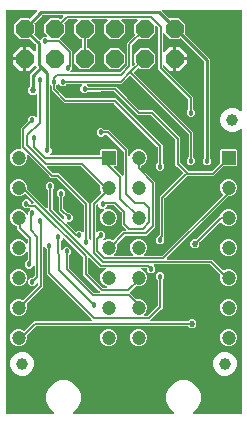
<source format=gbr>
G04 EAGLE Gerber RS-274X export*
G75*
%MOMM*%
%FSLAX34Y34*%
%LPD*%
%INBottom Copper*%
%IPPOS*%
%AMOC8*
5,1,8,0,0,1.08239X$1,22.5*%
G01*
%ADD10R,1.200000X1.200000*%
%ADD11C,1.200000*%
%ADD12P,1.649562X8X22.500000*%
%ADD13C,1.000000*%
%ADD14C,0.254000*%
%ADD15C,0.152400*%
%ADD16C,0.457200*%
%ADD17C,0.525000*%

G36*
X42511Y-1127D02*
X42511Y-1127D01*
X42608Y-1117D01*
X42632Y-1107D01*
X42658Y-1103D01*
X42744Y-1057D01*
X42833Y-1017D01*
X42852Y-1000D01*
X42875Y-987D01*
X42942Y-917D01*
X43014Y-851D01*
X43027Y-828D01*
X43045Y-809D01*
X43086Y-721D01*
X43133Y-635D01*
X43137Y-610D01*
X43148Y-586D01*
X43159Y-489D01*
X43176Y-393D01*
X43173Y-367D01*
X43176Y-342D01*
X43155Y-246D01*
X43141Y-150D01*
X43129Y-127D01*
X43123Y-101D01*
X43073Y-18D01*
X43029Y69D01*
X43010Y88D01*
X42997Y110D01*
X42923Y173D01*
X42854Y241D01*
X42825Y257D01*
X42810Y270D01*
X42779Y282D01*
X42707Y322D01*
X42568Y380D01*
X38480Y4468D01*
X36267Y9809D01*
X36267Y15591D01*
X38480Y20932D01*
X42568Y25020D01*
X47909Y27233D01*
X53691Y27233D01*
X59032Y25020D01*
X63120Y20932D01*
X65333Y15591D01*
X65333Y9809D01*
X63120Y4468D01*
X59032Y380D01*
X58893Y322D01*
X58810Y271D01*
X58725Y225D01*
X58707Y207D01*
X58684Y193D01*
X58622Y118D01*
X58555Y47D01*
X58544Y23D01*
X58528Y3D01*
X58493Y-88D01*
X58452Y-176D01*
X58449Y-202D01*
X58439Y-226D01*
X58435Y-324D01*
X58424Y-420D01*
X58430Y-446D01*
X58429Y-472D01*
X58456Y-566D01*
X58477Y-661D01*
X58490Y-683D01*
X58497Y-708D01*
X58553Y-788D01*
X58603Y-872D01*
X58623Y-889D01*
X58638Y-910D01*
X58716Y-968D01*
X58790Y-1032D01*
X58814Y-1042D01*
X58835Y-1057D01*
X58927Y-1087D01*
X59018Y-1124D01*
X59050Y-1127D01*
X59069Y-1133D01*
X59102Y-1133D01*
X59185Y-1142D01*
X144015Y-1142D01*
X144111Y-1127D01*
X144208Y-1117D01*
X144232Y-1107D01*
X144258Y-1103D01*
X144344Y-1057D01*
X144433Y-1017D01*
X144452Y-1000D01*
X144475Y-987D01*
X144542Y-917D01*
X144614Y-851D01*
X144627Y-828D01*
X144645Y-809D01*
X144686Y-721D01*
X144733Y-635D01*
X144737Y-610D01*
X144748Y-586D01*
X144759Y-489D01*
X144776Y-393D01*
X144773Y-367D01*
X144776Y-342D01*
X144755Y-246D01*
X144741Y-150D01*
X144729Y-127D01*
X144723Y-101D01*
X144673Y-18D01*
X144629Y69D01*
X144610Y88D01*
X144597Y110D01*
X144523Y173D01*
X144454Y241D01*
X144425Y257D01*
X144410Y270D01*
X144379Y282D01*
X144307Y322D01*
X144168Y380D01*
X140080Y4468D01*
X137867Y9809D01*
X137867Y15591D01*
X140080Y20932D01*
X144168Y25020D01*
X149509Y27233D01*
X155291Y27233D01*
X160632Y25020D01*
X164720Y20932D01*
X166933Y15591D01*
X166933Y9809D01*
X164720Y4468D01*
X160632Y380D01*
X160493Y322D01*
X160410Y271D01*
X160325Y225D01*
X160307Y207D01*
X160284Y193D01*
X160222Y118D01*
X160155Y47D01*
X160144Y23D01*
X160128Y3D01*
X160093Y-88D01*
X160052Y-176D01*
X160049Y-202D01*
X160039Y-226D01*
X160035Y-324D01*
X160024Y-420D01*
X160030Y-446D01*
X160029Y-472D01*
X160056Y-566D01*
X160077Y-661D01*
X160090Y-683D01*
X160097Y-708D01*
X160153Y-788D01*
X160203Y-872D01*
X160223Y-889D01*
X160238Y-910D01*
X160316Y-968D01*
X160390Y-1032D01*
X160414Y-1042D01*
X160435Y-1057D01*
X160527Y-1087D01*
X160618Y-1124D01*
X160650Y-1127D01*
X160669Y-1133D01*
X160702Y-1133D01*
X160785Y-1142D01*
X200916Y-1142D01*
X200936Y-1139D01*
X200955Y-1141D01*
X201057Y-1119D01*
X201159Y-1103D01*
X201176Y-1093D01*
X201196Y-1089D01*
X201285Y-1036D01*
X201376Y-987D01*
X201390Y-973D01*
X201407Y-963D01*
X201474Y-884D01*
X201546Y-809D01*
X201554Y-791D01*
X201567Y-776D01*
X201606Y-680D01*
X201649Y-586D01*
X201651Y-566D01*
X201659Y-548D01*
X201677Y-381D01*
X201677Y239671D01*
X201666Y239742D01*
X201664Y239814D01*
X201646Y239863D01*
X201638Y239914D01*
X201604Y239977D01*
X201579Y240045D01*
X201547Y240085D01*
X201522Y240131D01*
X201470Y240181D01*
X201426Y240237D01*
X201382Y240265D01*
X201344Y240301D01*
X201279Y240331D01*
X201219Y240370D01*
X201168Y240382D01*
X201121Y240404D01*
X201050Y240412D01*
X200980Y240430D01*
X200928Y240426D01*
X200877Y240432D01*
X200806Y240416D01*
X200735Y240411D01*
X200687Y240390D01*
X200636Y240379D01*
X200575Y240342D01*
X200509Y240314D01*
X200453Y240270D01*
X200425Y240253D01*
X200410Y240235D01*
X200378Y240210D01*
X199340Y239172D01*
X195664Y237649D01*
X191686Y237649D01*
X188010Y239172D01*
X185197Y241985D01*
X183674Y245661D01*
X183674Y249639D01*
X185197Y253315D01*
X188010Y256128D01*
X191686Y257651D01*
X195664Y257651D01*
X199340Y256128D01*
X200378Y255090D01*
X200436Y255049D01*
X200488Y254999D01*
X200535Y254977D01*
X200577Y254947D01*
X200646Y254926D01*
X200711Y254896D01*
X200763Y254890D01*
X200813Y254875D01*
X200884Y254876D01*
X200955Y254868D01*
X201006Y254880D01*
X201058Y254881D01*
X201126Y254906D01*
X201196Y254921D01*
X201241Y254947D01*
X201289Y254965D01*
X201345Y255010D01*
X201407Y255047D01*
X201441Y255086D01*
X201481Y255119D01*
X201520Y255179D01*
X201567Y255234D01*
X201586Y255282D01*
X201614Y255326D01*
X201632Y255395D01*
X201659Y255462D01*
X201667Y255533D01*
X201675Y255564D01*
X201673Y255588D01*
X201677Y255629D01*
X201677Y340006D01*
X201674Y340026D01*
X201676Y340045D01*
X201654Y340147D01*
X201638Y340249D01*
X201628Y340266D01*
X201624Y340286D01*
X201571Y340375D01*
X201522Y340466D01*
X201508Y340480D01*
X201498Y340497D01*
X201419Y340564D01*
X201344Y340636D01*
X201326Y340644D01*
X201311Y340657D01*
X201215Y340696D01*
X201121Y340739D01*
X201101Y340741D01*
X201083Y340749D01*
X200916Y340767D01*
X135072Y340767D01*
X135001Y340756D01*
X134929Y340754D01*
X134880Y340736D01*
X134829Y340728D01*
X134766Y340694D01*
X134698Y340669D01*
X134657Y340637D01*
X134612Y340612D01*
X134562Y340561D01*
X134506Y340516D01*
X134478Y340472D01*
X134442Y340434D01*
X134412Y340369D01*
X134373Y340309D01*
X134360Y340258D01*
X134339Y340211D01*
X134331Y340140D01*
X134313Y340070D01*
X134317Y340018D01*
X134311Y339967D01*
X134327Y339896D01*
X134332Y339825D01*
X134353Y339777D01*
X134364Y339726D01*
X134401Y339665D01*
X134429Y339599D01*
X134473Y339543D01*
X134490Y339515D01*
X134508Y339500D01*
X134533Y339468D01*
X140006Y333996D01*
X140022Y333984D01*
X140034Y333968D01*
X140122Y333912D01*
X140205Y333852D01*
X140224Y333846D01*
X140241Y333835D01*
X140342Y333810D01*
X140440Y333780D01*
X140460Y333780D01*
X140480Y333775D01*
X140583Y333783D01*
X140686Y333786D01*
X140705Y333793D01*
X140725Y333794D01*
X140820Y333835D01*
X140917Y333870D01*
X140933Y333883D01*
X140951Y333891D01*
X141082Y333996D01*
X141097Y334011D01*
X148463Y334011D01*
X153671Y328803D01*
X153671Y321317D01*
X153661Y321277D01*
X153630Y321178D01*
X153631Y321158D01*
X153626Y321139D01*
X153634Y321036D01*
X153636Y320932D01*
X153643Y320913D01*
X153645Y320893D01*
X153685Y320798D01*
X153721Y320701D01*
X153733Y320685D01*
X153741Y320667D01*
X153846Y320536D01*
X174753Y299629D01*
X174753Y215657D01*
X174767Y215566D01*
X174775Y215476D01*
X174787Y215446D01*
X174792Y215414D01*
X174835Y215333D01*
X174871Y215249D01*
X174897Y215217D01*
X174908Y215196D01*
X174931Y215174D01*
X174976Y215118D01*
X175769Y214325D01*
X175769Y211379D01*
X173685Y209295D01*
X170739Y209295D01*
X168655Y211379D01*
X168655Y214325D01*
X169448Y215118D01*
X169501Y215192D01*
X169561Y215262D01*
X169573Y215292D01*
X169592Y215318D01*
X169619Y215405D01*
X169653Y215490D01*
X169657Y215531D01*
X169664Y215553D01*
X169663Y215585D01*
X169671Y215657D01*
X169671Y297209D01*
X169657Y297299D01*
X169649Y297390D01*
X169637Y297420D01*
X169632Y297452D01*
X169589Y297533D01*
X169553Y297617D01*
X169527Y297649D01*
X169516Y297669D01*
X169493Y297692D01*
X169448Y297748D01*
X150253Y316943D01*
X150237Y316955D01*
X150224Y316970D01*
X150137Y317026D01*
X150053Y317086D01*
X150034Y317092D01*
X150017Y317103D01*
X149917Y317128D01*
X149818Y317159D01*
X149798Y317158D01*
X149779Y317163D01*
X149676Y317155D01*
X149572Y317152D01*
X149553Y317146D01*
X149534Y317144D01*
X149439Y317104D01*
X149341Y317068D01*
X149326Y317056D01*
X149307Y317048D01*
X149176Y316943D01*
X148463Y316229D01*
X141097Y316229D01*
X136301Y321025D01*
X136243Y321067D01*
X136191Y321117D01*
X136144Y321139D01*
X136102Y321169D01*
X136033Y321190D01*
X135968Y321220D01*
X135916Y321226D01*
X135866Y321241D01*
X135795Y321239D01*
X135724Y321247D01*
X135673Y321236D01*
X135621Y321235D01*
X135553Y321210D01*
X135483Y321195D01*
X135438Y321168D01*
X135390Y321150D01*
X135334Y321106D01*
X135272Y321069D01*
X135238Y321029D01*
X135198Y320997D01*
X135159Y320936D01*
X135112Y320882D01*
X135093Y320834D01*
X135065Y320790D01*
X135047Y320720D01*
X135020Y320654D01*
X135012Y320582D01*
X135004Y320551D01*
X135006Y320528D01*
X135002Y320487D01*
X135002Y306149D01*
X135013Y306078D01*
X135015Y306007D01*
X135033Y305958D01*
X135041Y305906D01*
X135075Y305843D01*
X135100Y305776D01*
X135132Y305735D01*
X135157Y305689D01*
X135209Y305639D01*
X135253Y305583D01*
X135297Y305555D01*
X135335Y305519D01*
X135400Y305489D01*
X135460Y305450D01*
X135511Y305438D01*
X135558Y305416D01*
X135629Y305408D01*
X135699Y305390D01*
X135751Y305394D01*
X135802Y305389D01*
X135873Y305404D01*
X135944Y305410D01*
X135992Y305430D01*
X136043Y305441D01*
X136104Y305478D01*
X136170Y305506D01*
X136226Y305551D01*
X136254Y305567D01*
X136269Y305585D01*
X136301Y305611D01*
X140571Y309881D01*
X143257Y309881D01*
X143257Y300482D01*
X143260Y300462D01*
X143258Y300443D01*
X143280Y300341D01*
X143297Y300239D01*
X143306Y300222D01*
X143310Y300202D01*
X143363Y300113D01*
X143412Y300022D01*
X143426Y300008D01*
X143436Y299991D01*
X143515Y299924D01*
X143590Y299853D01*
X143608Y299844D01*
X143623Y299831D01*
X143719Y299793D01*
X143813Y299749D01*
X143833Y299747D01*
X143851Y299739D01*
X144018Y299721D01*
X144781Y299721D01*
X144781Y299719D01*
X144018Y299719D01*
X143998Y299716D01*
X143979Y299718D01*
X143877Y299696D01*
X143775Y299679D01*
X143758Y299670D01*
X143738Y299666D01*
X143649Y299613D01*
X143558Y299564D01*
X143544Y299550D01*
X143527Y299540D01*
X143460Y299461D01*
X143389Y299386D01*
X143380Y299368D01*
X143367Y299353D01*
X143328Y299257D01*
X143285Y299163D01*
X143283Y299143D01*
X143275Y299125D01*
X143257Y298958D01*
X143257Y289559D01*
X140571Y289559D01*
X136301Y293829D01*
X136243Y293871D01*
X136191Y293921D01*
X136144Y293942D01*
X136102Y293973D01*
X136033Y293994D01*
X135968Y294024D01*
X135916Y294030D01*
X135866Y294045D01*
X135795Y294043D01*
X135724Y294051D01*
X135673Y294040D01*
X135621Y294039D01*
X135553Y294014D01*
X135483Y293999D01*
X135438Y293972D01*
X135390Y293954D01*
X135334Y293910D01*
X135272Y293873D01*
X135238Y293833D01*
X135198Y293801D01*
X135159Y293740D01*
X135112Y293686D01*
X135093Y293638D01*
X135065Y293594D01*
X135047Y293524D01*
X135020Y293458D01*
X135012Y293386D01*
X135004Y293355D01*
X135006Y293332D01*
X135002Y293291D01*
X135002Y292876D01*
X135016Y292786D01*
X135024Y292695D01*
X135036Y292666D01*
X135041Y292634D01*
X135084Y292553D01*
X135120Y292469D01*
X135146Y292437D01*
X135157Y292416D01*
X135180Y292394D01*
X135225Y292338D01*
X160529Y267034D01*
X160529Y257313D01*
X160543Y257222D01*
X160551Y257132D01*
X160563Y257102D01*
X160568Y257070D01*
X160611Y256989D01*
X160647Y256905D01*
X160673Y256873D01*
X160684Y256852D01*
X160707Y256830D01*
X160752Y256774D01*
X162053Y255473D01*
X162053Y252527D01*
X159969Y250443D01*
X157023Y250443D01*
X154939Y252527D01*
X154939Y255473D01*
X156240Y256774D01*
X156293Y256848D01*
X156353Y256918D01*
X156365Y256948D01*
X156384Y256974D01*
X156411Y257061D01*
X156445Y257146D01*
X156449Y257187D01*
X156456Y257209D01*
X156455Y257241D01*
X156463Y257313D01*
X156463Y265035D01*
X156449Y265125D01*
X156441Y265216D01*
X156429Y265245D01*
X156424Y265277D01*
X156381Y265358D01*
X156345Y265442D01*
X156319Y265474D01*
X156308Y265495D01*
X156285Y265517D01*
X156240Y265573D01*
X130936Y290877D01*
X130936Y325614D01*
X130922Y325704D01*
X130914Y325795D01*
X130902Y325825D01*
X130897Y325856D01*
X130854Y325937D01*
X130818Y326021D01*
X130792Y326053D01*
X130781Y326074D01*
X130758Y326096D01*
X130713Y326152D01*
X129570Y327295D01*
X129512Y327337D01*
X129460Y327386D01*
X129413Y327408D01*
X129371Y327439D01*
X129302Y327460D01*
X129237Y327490D01*
X129185Y327496D01*
X129135Y327511D01*
X129064Y327509D01*
X128993Y327517D01*
X128942Y327506D01*
X128890Y327505D01*
X128822Y327480D01*
X128752Y327465D01*
X128707Y327438D01*
X128659Y327420D01*
X128603Y327375D01*
X128541Y327339D01*
X128507Y327299D01*
X128467Y327266D01*
X128428Y327206D01*
X128381Y327152D01*
X128362Y327103D01*
X128334Y327059D01*
X128316Y326990D01*
X128289Y326923D01*
X128281Y326852D01*
X128273Y326821D01*
X128275Y326798D01*
X128271Y326757D01*
X128271Y321437D01*
X123063Y316229D01*
X115697Y316229D01*
X115323Y316604D01*
X115307Y316615D01*
X115294Y316631D01*
X115207Y316687D01*
X115123Y316747D01*
X115104Y316753D01*
X115087Y316764D01*
X114987Y316789D01*
X114888Y316820D01*
X114868Y316819D01*
X114849Y316824D01*
X114746Y316816D01*
X114642Y316813D01*
X114623Y316806D01*
X114604Y316805D01*
X114509Y316764D01*
X114411Y316729D01*
X114396Y316716D01*
X114377Y316708D01*
X114246Y316604D01*
X108872Y311229D01*
X108819Y311156D01*
X108760Y311086D01*
X108747Y311056D01*
X108729Y311030D01*
X108702Y310943D01*
X108668Y310858D01*
X108663Y310817D01*
X108656Y310795D01*
X108657Y310762D01*
X108649Y310691D01*
X108649Y294210D01*
X108652Y294195D01*
X108650Y294183D01*
X108661Y294134D01*
X108663Y294067D01*
X108681Y294018D01*
X108689Y293967D01*
X108722Y293904D01*
X108747Y293836D01*
X108780Y293796D01*
X108804Y293750D01*
X108856Y293700D01*
X108901Y293644D01*
X108945Y293616D01*
X108982Y293580D01*
X109047Y293550D01*
X109108Y293511D01*
X109158Y293499D01*
X109205Y293477D01*
X109277Y293469D01*
X109346Y293451D01*
X109398Y293455D01*
X109450Y293450D01*
X109520Y293465D01*
X109591Y293470D01*
X109639Y293491D01*
X109690Y293502D01*
X109752Y293539D01*
X109818Y293567D01*
X109872Y293610D01*
X109884Y293616D01*
X109886Y293619D01*
X109901Y293628D01*
X109917Y293646D01*
X109949Y293671D01*
X110864Y294586D01*
X110875Y294603D01*
X110891Y294615D01*
X110947Y294702D01*
X111007Y294786D01*
X111013Y294805D01*
X111024Y294822D01*
X111049Y294922D01*
X111080Y295021D01*
X111079Y295041D01*
X111084Y295060D01*
X111076Y295163D01*
X111073Y295267D01*
X111066Y295286D01*
X111065Y295306D01*
X111024Y295401D01*
X110989Y295498D01*
X110976Y295514D01*
X110968Y295532D01*
X110864Y295663D01*
X110489Y296037D01*
X110489Y303403D01*
X115697Y308611D01*
X123063Y308611D01*
X128271Y303403D01*
X128271Y296037D01*
X123063Y290829D01*
X115697Y290829D01*
X114815Y291712D01*
X114799Y291723D01*
X114786Y291739D01*
X114699Y291795D01*
X114615Y291855D01*
X114596Y291861D01*
X114579Y291872D01*
X114479Y291897D01*
X114380Y291928D01*
X114360Y291927D01*
X114341Y291932D01*
X114238Y291924D01*
X114134Y291921D01*
X114115Y291914D01*
X114096Y291913D01*
X114001Y291872D01*
X113903Y291837D01*
X113888Y291824D01*
X113869Y291816D01*
X113738Y291712D01*
X110633Y288606D01*
X110621Y288590D01*
X110606Y288577D01*
X110549Y288490D01*
X110489Y288406D01*
X110483Y288387D01*
X110473Y288371D01*
X110447Y288270D01*
X110417Y288171D01*
X110417Y288151D01*
X110413Y288132D01*
X110421Y288029D01*
X110423Y287925D01*
X110430Y287907D01*
X110432Y287887D01*
X110472Y287792D01*
X110508Y287694D01*
X110520Y287679D01*
X110528Y287660D01*
X110633Y287529D01*
X160783Y237380D01*
X160783Y215911D01*
X160797Y215820D01*
X160805Y215730D01*
X160817Y215700D01*
X160822Y215668D01*
X160865Y215587D01*
X160901Y215503D01*
X160927Y215471D01*
X160938Y215450D01*
X160961Y215428D01*
X161006Y215372D01*
X162053Y214325D01*
X162053Y211379D01*
X159969Y209295D01*
X157023Y209295D01*
X154939Y211379D01*
X154939Y214325D01*
X156494Y215880D01*
X156547Y215954D01*
X156607Y216024D01*
X156619Y216054D01*
X156638Y216080D01*
X156665Y216167D01*
X156699Y216252D01*
X156703Y216293D01*
X156710Y216315D01*
X156709Y216347D01*
X156717Y216419D01*
X156717Y235380D01*
X156703Y235470D01*
X156695Y235561D01*
X156683Y235591D01*
X156678Y235623D01*
X156635Y235704D01*
X156599Y235787D01*
X156573Y235820D01*
X156562Y235840D01*
X156539Y235862D01*
X156494Y235918D01*
X107758Y284655D01*
X107742Y284666D01*
X107729Y284682D01*
X107642Y284738D01*
X107558Y284798D01*
X107539Y284804D01*
X107522Y284815D01*
X107422Y284840D01*
X107323Y284871D01*
X107303Y284870D01*
X107284Y284875D01*
X107181Y284867D01*
X107077Y284864D01*
X107059Y284857D01*
X107039Y284856D01*
X106944Y284816D01*
X106846Y284780D01*
X106831Y284767D01*
X106812Y284760D01*
X106681Y284655D01*
X99902Y277875D01*
X71385Y277875D01*
X71314Y277864D01*
X71242Y277862D01*
X71193Y277844D01*
X71142Y277836D01*
X71078Y277802D01*
X71011Y277777D01*
X70970Y277745D01*
X70924Y277720D01*
X70875Y277668D01*
X70819Y277624D01*
X70791Y277580D01*
X70755Y277542D01*
X70725Y277477D01*
X70686Y277417D01*
X70673Y277366D01*
X70651Y277319D01*
X70643Y277248D01*
X70626Y277178D01*
X70630Y277126D01*
X70624Y277075D01*
X70640Y277004D01*
X70645Y276933D01*
X70665Y276885D01*
X70677Y276834D01*
X70713Y276773D01*
X70741Y276707D01*
X70786Y276651D01*
X70803Y276623D01*
X70820Y276608D01*
X70846Y276576D01*
X71346Y276076D01*
X71421Y276022D01*
X71491Y275962D01*
X71520Y275951D01*
X71546Y275932D01*
X71634Y275905D01*
X71720Y275871D01*
X71759Y275867D01*
X71781Y275860D01*
X71813Y275861D01*
X71886Y275853D01*
X93336Y275905D01*
X93377Y275912D01*
X94490Y275908D01*
X94492Y275909D01*
X94495Y275908D01*
X95332Y275910D01*
X95925Y275313D01*
X95926Y275312D01*
X95928Y275310D01*
X96701Y274541D01*
X96739Y274493D01*
X104624Y266551D01*
X104625Y266549D01*
X114919Y256256D01*
X114993Y256203D01*
X115062Y256143D01*
X115093Y256131D01*
X115119Y256112D01*
X115206Y256085D01*
X115291Y256051D01*
X115332Y256047D01*
X115354Y256040D01*
X115386Y256041D01*
X115457Y256033D01*
X126223Y256033D01*
X149670Y232586D01*
X149670Y211549D01*
X149686Y211451D01*
X149696Y211353D01*
X149706Y211330D01*
X149710Y211306D01*
X149756Y211219D01*
X149797Y211128D01*
X149816Y211105D01*
X149825Y211088D01*
X149849Y211066D01*
X149904Y210999D01*
X156616Y204556D01*
X156685Y204509D01*
X156749Y204454D01*
X156786Y204439D01*
X156819Y204416D01*
X156899Y204393D01*
X156977Y204362D01*
X157029Y204356D01*
X157055Y204349D01*
X157085Y204350D01*
X157144Y204344D01*
X176008Y204344D01*
X176098Y204358D01*
X176189Y204366D01*
X176218Y204378D01*
X176250Y204383D01*
X176331Y204426D01*
X176415Y204462D01*
X176447Y204488D01*
X176468Y204499D01*
X176490Y204522D01*
X176546Y204567D01*
X183006Y211027D01*
X183059Y211101D01*
X183119Y211170D01*
X183131Y211201D01*
X183150Y211227D01*
X183177Y211314D01*
X183211Y211399D01*
X183215Y211440D01*
X183222Y211462D01*
X183221Y211494D01*
X183229Y211565D01*
X183229Y222426D01*
X183974Y223171D01*
X197026Y223171D01*
X197771Y222426D01*
X197771Y209374D01*
X197026Y208629D01*
X186673Y208629D01*
X186583Y208615D01*
X186492Y208607D01*
X186463Y208595D01*
X186431Y208590D01*
X186350Y208547D01*
X186266Y208511D01*
X186234Y208485D01*
X186213Y208474D01*
X186191Y208451D01*
X186135Y208406D01*
X178007Y200278D01*
X156048Y200278D01*
X156042Y200277D01*
X156033Y200278D01*
X155564Y200269D01*
X155482Y200253D01*
X155399Y200247D01*
X155362Y200231D01*
X155322Y200224D01*
X155249Y200183D01*
X155172Y200151D01*
X155132Y200118D01*
X155107Y200104D01*
X155087Y200082D01*
X155041Y200046D01*
X136431Y181435D01*
X136378Y181362D01*
X136319Y181292D01*
X136306Y181262D01*
X136288Y181236D01*
X136261Y181149D01*
X136227Y181064D01*
X136222Y181023D01*
X136215Y181001D01*
X136216Y180968D01*
X136208Y180897D01*
X136208Y148418D01*
X136201Y148407D01*
X136141Y148323D01*
X136136Y148304D01*
X136125Y148287D01*
X136099Y148187D01*
X136069Y148088D01*
X136070Y148068D01*
X136065Y148049D01*
X136073Y147946D01*
X136075Y147842D01*
X136082Y147824D01*
X136084Y147804D01*
X136124Y147709D01*
X136145Y147653D01*
X136145Y144640D01*
X134061Y142557D01*
X131115Y142557D01*
X129031Y144640D01*
X129031Y147587D01*
X131115Y149670D01*
X131367Y149670D01*
X131457Y149685D01*
X131548Y149692D01*
X131578Y149705D01*
X131610Y149710D01*
X131691Y149753D01*
X131774Y149788D01*
X131807Y149814D01*
X131827Y149825D01*
X131849Y149848D01*
X131859Y149856D01*
X131872Y149864D01*
X131880Y149873D01*
X131905Y149893D01*
X131920Y149908D01*
X131964Y149969D01*
X131997Y150003D01*
X132003Y150016D01*
X132032Y150051D01*
X132045Y150081D01*
X132063Y150107D01*
X132090Y150194D01*
X132124Y150279D01*
X132129Y150320D01*
X132136Y150342D01*
X132135Y150375D01*
X132143Y150446D01*
X132143Y182897D01*
X151756Y202510D01*
X151772Y202532D01*
X151793Y202550D01*
X151844Y202632D01*
X151899Y202709D01*
X151907Y202736D01*
X151922Y202759D01*
X151944Y202853D01*
X151972Y202944D01*
X151971Y202972D01*
X151977Y202999D01*
X151968Y203094D01*
X151965Y203190D01*
X151956Y203216D01*
X151953Y203244D01*
X151914Y203331D01*
X151881Y203421D01*
X151864Y203443D01*
X151852Y203468D01*
X151745Y203597D01*
X147041Y208113D01*
X146972Y208160D01*
X146908Y208215D01*
X146904Y208216D01*
X146220Y208900D01*
X146215Y208904D01*
X146209Y208911D01*
X145605Y209491D01*
X145605Y210329D01*
X145604Y210335D01*
X145605Y210345D01*
X145585Y211312D01*
X145586Y211315D01*
X145592Y211367D01*
X145600Y211393D01*
X145598Y211423D01*
X145605Y211482D01*
X145605Y230586D01*
X145590Y230676D01*
X145583Y230767D01*
X145570Y230797D01*
X145565Y230829D01*
X145522Y230910D01*
X145487Y230994D01*
X145461Y231026D01*
X145450Y231046D01*
X145427Y231069D01*
X145382Y231125D01*
X124762Y251744D01*
X124688Y251797D01*
X124619Y251857D01*
X124589Y251869D01*
X124562Y251888D01*
X124475Y251915D01*
X124391Y251949D01*
X124350Y251953D01*
X124327Y251960D01*
X124295Y251959D01*
X124224Y251967D01*
X113458Y251967D01*
X102564Y262861D01*
X102544Y262876D01*
X101751Y263674D01*
X101750Y263675D01*
X101749Y263676D01*
X100957Y264468D01*
X100934Y264497D01*
X93868Y271615D01*
X93792Y271670D01*
X93721Y271730D01*
X93693Y271742D01*
X93669Y271759D01*
X93579Y271787D01*
X93492Y271822D01*
X93455Y271826D01*
X93434Y271832D01*
X93401Y271832D01*
X93326Y271840D01*
X71899Y271787D01*
X71810Y271773D01*
X71720Y271766D01*
X71689Y271753D01*
X71656Y271747D01*
X71576Y271705D01*
X71493Y271669D01*
X71460Y271643D01*
X71439Y271631D01*
X71417Y271608D01*
X71362Y271564D01*
X70053Y270255D01*
X67107Y270255D01*
X65023Y272339D01*
X65023Y275285D01*
X66314Y276576D01*
X66356Y276634D01*
X66405Y276686D01*
X66427Y276733D01*
X66457Y276775D01*
X66478Y276844D01*
X66509Y276909D01*
X66514Y276961D01*
X66530Y277011D01*
X66528Y277082D01*
X66536Y277153D01*
X66525Y277204D01*
X66523Y277256D01*
X66499Y277324D01*
X66483Y277394D01*
X66457Y277439D01*
X66439Y277487D01*
X66394Y277543D01*
X66357Y277605D01*
X66318Y277639D01*
X66285Y277679D01*
X66225Y277718D01*
X66170Y277765D01*
X66122Y277784D01*
X66078Y277812D01*
X66009Y277830D01*
X65942Y277857D01*
X65871Y277865D01*
X65840Y277873D01*
X65816Y277871D01*
X65775Y277875D01*
X53605Y277875D01*
X53514Y277861D01*
X53424Y277853D01*
X53394Y277841D01*
X53362Y277836D01*
X53281Y277793D01*
X53197Y277757D01*
X53165Y277731D01*
X53144Y277720D01*
X53122Y277697D01*
X53066Y277652D01*
X51765Y276351D01*
X48819Y276351D01*
X47020Y278150D01*
X47004Y278161D01*
X46992Y278177D01*
X46904Y278233D01*
X46821Y278293D01*
X46802Y278299D01*
X46785Y278310D01*
X46684Y278335D01*
X46585Y278366D01*
X46566Y278365D01*
X46546Y278370D01*
X46443Y278362D01*
X46340Y278359D01*
X46321Y278352D01*
X46301Y278351D01*
X46206Y278310D01*
X46109Y278275D01*
X46093Y278262D01*
X46075Y278255D01*
X45944Y278150D01*
X44928Y277134D01*
X44875Y277060D01*
X44815Y276990D01*
X44803Y276960D01*
X44784Y276934D01*
X44757Y276847D01*
X44723Y276762D01*
X44719Y276721D01*
X44712Y276699D01*
X44713Y276667D01*
X44705Y276595D01*
X44705Y274715D01*
X44719Y274625D01*
X44727Y274534D01*
X44739Y274505D01*
X44744Y274473D01*
X44787Y274392D01*
X44823Y274308D01*
X44849Y274276D01*
X44860Y274255D01*
X44883Y274233D01*
X44928Y274177D01*
X52943Y266162D01*
X53017Y266109D01*
X53086Y266049D01*
X53117Y266037D01*
X53143Y266018D01*
X53230Y265991D01*
X53315Y265957D01*
X53356Y265953D01*
X53378Y265946D01*
X53410Y265947D01*
X53481Y265939D01*
X95267Y265939D01*
X134621Y226585D01*
X134621Y211593D01*
X134635Y211502D01*
X134643Y211412D01*
X134655Y211382D01*
X134660Y211350D01*
X134703Y211269D01*
X134739Y211185D01*
X134765Y211153D01*
X134776Y211132D01*
X134799Y211110D01*
X134844Y211054D01*
X136145Y209753D01*
X136145Y206807D01*
X134061Y204723D01*
X131115Y204723D01*
X129031Y206807D01*
X129031Y209753D01*
X130332Y211054D01*
X130385Y211128D01*
X130445Y211198D01*
X130457Y211228D01*
X130476Y211254D01*
X130503Y211341D01*
X130537Y211426D01*
X130541Y211467D01*
X130548Y211489D01*
X130547Y211521D01*
X130555Y211593D01*
X130555Y224585D01*
X130541Y224675D01*
X130533Y224766D01*
X130521Y224796D01*
X130516Y224828D01*
X130473Y224909D01*
X130437Y224992D01*
X130411Y225025D01*
X130400Y225045D01*
X130377Y225067D01*
X130332Y225123D01*
X93805Y261650D01*
X93732Y261703D01*
X93662Y261763D01*
X93632Y261775D01*
X93606Y261794D01*
X93519Y261821D01*
X93434Y261855D01*
X93393Y261859D01*
X93371Y261866D01*
X93338Y261865D01*
X93267Y261873D01*
X51482Y261873D01*
X40639Y272716D01*
X40639Y276595D01*
X40624Y276686D01*
X40617Y276778D01*
X40603Y276816D01*
X40600Y276838D01*
X40599Y276838D01*
X40584Y276867D01*
X40559Y276936D01*
X40517Y276993D01*
X40484Y277056D01*
X40446Y277092D01*
X40415Y277135D01*
X40357Y277176D01*
X40306Y277225D01*
X40258Y277247D01*
X40215Y277278D01*
X40147Y277299D01*
X40083Y277329D01*
X40030Y277334D01*
X39979Y277350D01*
X39909Y277348D01*
X39839Y277356D01*
X39787Y277344D01*
X39733Y277343D01*
X39667Y277318D01*
X39598Y277303D01*
X39553Y277276D01*
X39503Y277258D01*
X39448Y277214D01*
X39387Y277177D01*
X39353Y277137D01*
X39311Y277104D01*
X39273Y277044D01*
X39227Y276990D01*
X39207Y276941D01*
X39179Y276896D01*
X39162Y276828D01*
X39135Y276762D01*
X39127Y276689D01*
X39119Y276658D01*
X39121Y276635D01*
X39117Y276595D01*
X39117Y225436D01*
X39131Y225345D01*
X39139Y225255D01*
X39151Y225225D01*
X39156Y225193D01*
X39199Y225112D01*
X39235Y225028D01*
X39261Y224996D01*
X39272Y224975D01*
X39295Y224953D01*
X39340Y224897D01*
X40768Y223469D01*
X40768Y220523D01*
X39477Y219232D01*
X39435Y219174D01*
X39386Y219122D01*
X39364Y219075D01*
X39334Y219033D01*
X39313Y218964D01*
X39282Y218899D01*
X39277Y218847D01*
X39261Y218797D01*
X39263Y218726D01*
X39255Y218655D01*
X39266Y218604D01*
X39268Y218552D01*
X39292Y218484D01*
X39308Y218414D01*
X39334Y218369D01*
X39352Y218321D01*
X39397Y218265D01*
X39434Y218203D01*
X39473Y218169D01*
X39506Y218129D01*
X39566Y218090D01*
X39621Y218043D01*
X39669Y218024D01*
X39713Y217996D01*
X39782Y217978D01*
X39849Y217951D01*
X39920Y217943D01*
X39951Y217935D01*
X39975Y217937D01*
X40016Y217933D01*
X80868Y217933D01*
X80888Y217936D01*
X80907Y217934D01*
X81009Y217956D01*
X81111Y217972D01*
X81128Y217982D01*
X81148Y217986D01*
X81237Y218039D01*
X81328Y218088D01*
X81342Y218102D01*
X81359Y218112D01*
X81426Y218191D01*
X81498Y218266D01*
X81506Y218284D01*
X81519Y218299D01*
X81558Y218395D01*
X81601Y218489D01*
X81603Y218509D01*
X81611Y218527D01*
X81629Y218694D01*
X81629Y222426D01*
X82374Y223171D01*
X95426Y223171D01*
X96171Y222426D01*
X96171Y209374D01*
X95426Y208629D01*
X94279Y208629D01*
X94209Y208618D01*
X94137Y208616D01*
X94088Y208598D01*
X94037Y208590D01*
X93973Y208556D01*
X93906Y208531D01*
X93865Y208499D01*
X93819Y208474D01*
X93770Y208423D01*
X93714Y208378D01*
X93686Y208334D01*
X93650Y208296D01*
X93620Y208231D01*
X93581Y208171D01*
X93568Y208120D01*
X93546Y208073D01*
X93538Y208002D01*
X93521Y207932D01*
X93525Y207880D01*
X93519Y207829D01*
X93534Y207758D01*
X93540Y207687D01*
X93560Y207639D01*
X93571Y207588D01*
X93608Y207527D01*
X93636Y207461D01*
X93681Y207405D01*
X93697Y207377D01*
X93715Y207362D01*
X93741Y207330D01*
X100363Y200707D01*
X100421Y200666D01*
X100473Y200616D01*
X100521Y200594D01*
X100563Y200564D01*
X100631Y200543D01*
X100697Y200513D01*
X100748Y200507D01*
X100798Y200492D01*
X100870Y200493D01*
X100941Y200486D01*
X100992Y200497D01*
X101044Y200498D01*
X101111Y200523D01*
X101181Y200538D01*
X101226Y200564D01*
X101275Y200582D01*
X101331Y200627D01*
X101392Y200664D01*
X101426Y200704D01*
X101467Y200736D01*
X101506Y200796D01*
X101552Y200851D01*
X101572Y200899D01*
X101600Y200943D01*
X101617Y201012D01*
X101644Y201079D01*
X101652Y201150D01*
X101660Y201182D01*
X101658Y201205D01*
X101663Y201246D01*
X101663Y220775D01*
X101648Y220865D01*
X101641Y220956D01*
X101628Y220986D01*
X101623Y221018D01*
X101580Y221099D01*
X101545Y221182D01*
X101519Y221215D01*
X101508Y221235D01*
X101485Y221257D01*
X101440Y221313D01*
X87773Y234980D01*
X87699Y235033D01*
X87630Y235093D01*
X87599Y235105D01*
X87573Y235124D01*
X87486Y235151D01*
X87401Y235185D01*
X87360Y235189D01*
X87338Y235196D01*
X87306Y235195D01*
X87235Y235203D01*
X85609Y235203D01*
X85518Y235189D01*
X85428Y235181D01*
X85398Y235169D01*
X85366Y235164D01*
X85285Y235121D01*
X85201Y235085D01*
X85169Y235059D01*
X85148Y235048D01*
X85126Y235025D01*
X85070Y234980D01*
X83769Y233679D01*
X80823Y233679D01*
X78739Y235763D01*
X78739Y238709D01*
X80823Y240793D01*
X83769Y240793D01*
X85070Y239492D01*
X85144Y239439D01*
X85214Y239379D01*
X85244Y239367D01*
X85270Y239348D01*
X85357Y239321D01*
X85442Y239287D01*
X85483Y239283D01*
X85505Y239276D01*
X85537Y239277D01*
X85609Y239269D01*
X89234Y239269D01*
X105728Y222775D01*
X105728Y218032D01*
X105744Y217936D01*
X105753Y217839D01*
X105764Y217815D01*
X105768Y217790D01*
X105813Y217704D01*
X105853Y217615D01*
X105871Y217595D01*
X105883Y217572D01*
X105954Y217505D01*
X106020Y217433D01*
X106042Y217421D01*
X106061Y217403D01*
X106150Y217362D01*
X106235Y217315D01*
X106261Y217310D01*
X106284Y217299D01*
X106381Y217288D01*
X106477Y217271D01*
X106503Y217275D01*
X106529Y217272D01*
X106624Y217293D01*
X106720Y217307D01*
X106744Y217319D01*
X106769Y217324D01*
X106853Y217374D01*
X106940Y217418D01*
X106958Y217437D01*
X106980Y217451D01*
X107044Y217524D01*
X107112Y217594D01*
X107128Y217623D01*
X107140Y217637D01*
X107153Y217668D01*
X107193Y217741D01*
X108136Y220019D01*
X110181Y222064D01*
X112854Y223171D01*
X115746Y223171D01*
X118419Y222064D01*
X120464Y220019D01*
X121571Y217346D01*
X121571Y214454D01*
X120464Y211781D01*
X118419Y209736D01*
X116803Y209067D01*
X116703Y209005D01*
X116603Y208945D01*
X116599Y208941D01*
X116594Y208937D01*
X116519Y208847D01*
X116443Y208758D01*
X116441Y208753D01*
X116437Y208748D01*
X116395Y208639D01*
X116351Y208530D01*
X116350Y208523D01*
X116349Y208518D01*
X116348Y208500D01*
X116333Y208364D01*
X116333Y207850D01*
X116347Y207760D01*
X116355Y207669D01*
X116367Y207639D01*
X116372Y207607D01*
X116415Y207526D01*
X116451Y207443D01*
X116477Y207410D01*
X116488Y207390D01*
X116511Y207368D01*
X116556Y207312D01*
X128525Y195343D01*
X128525Y157082D01*
X121302Y149859D01*
X103265Y149859D01*
X103175Y149845D01*
X103084Y149837D01*
X103055Y149825D01*
X103023Y149820D01*
X102942Y149777D01*
X102858Y149741D01*
X102826Y149715D01*
X102805Y149704D01*
X102783Y149681D01*
X102727Y149636D01*
X95964Y142873D01*
X95896Y142779D01*
X95826Y142685D01*
X95824Y142679D01*
X95820Y142674D01*
X95786Y142562D01*
X95750Y142451D01*
X95750Y142444D01*
X95748Y142438D01*
X95751Y142322D01*
X95752Y142205D01*
X95754Y142198D01*
X95754Y142193D01*
X95761Y142175D01*
X95799Y142044D01*
X96171Y141146D01*
X96171Y138254D01*
X95064Y135581D01*
X93371Y133888D01*
X93329Y133830D01*
X93279Y133778D01*
X93257Y133731D01*
X93227Y133689D01*
X93206Y133620D01*
X93176Y133555D01*
X93170Y133503D01*
X93155Y133453D01*
X93157Y133382D01*
X93149Y133311D01*
X93160Y133260D01*
X93161Y133208D01*
X93186Y133140D01*
X93201Y133070D01*
X93228Y133025D01*
X93246Y132977D01*
X93290Y132921D01*
X93327Y132859D01*
X93367Y132825D01*
X93399Y132785D01*
X93460Y132746D01*
X93514Y132699D01*
X93562Y132680D01*
X93606Y132652D01*
X93676Y132634D01*
X93742Y132607D01*
X93814Y132599D01*
X93845Y132591D01*
X93868Y132593D01*
X93909Y132589D01*
X109291Y132589D01*
X109362Y132600D01*
X109434Y132602D01*
X109482Y132620D01*
X109534Y132628D01*
X109597Y132662D01*
X109665Y132687D01*
X109705Y132719D01*
X109751Y132744D01*
X109801Y132796D01*
X109857Y132840D01*
X109885Y132884D01*
X109921Y132922D01*
X109951Y132987D01*
X109990Y133047D01*
X110002Y133098D01*
X110024Y133145D01*
X110032Y133216D01*
X110050Y133286D01*
X110046Y133338D01*
X110051Y133389D01*
X110036Y133460D01*
X110030Y133531D01*
X110010Y133579D01*
X109999Y133630D01*
X109962Y133691D01*
X109934Y133757D01*
X109889Y133813D01*
X109873Y133841D01*
X109855Y133856D01*
X109829Y133888D01*
X108136Y135581D01*
X107029Y138254D01*
X107029Y141146D01*
X108136Y143819D01*
X110181Y145864D01*
X112854Y146971D01*
X115746Y146971D01*
X118419Y145864D01*
X120464Y143819D01*
X121571Y141146D01*
X121571Y138254D01*
X120464Y135581D01*
X118771Y133888D01*
X118729Y133830D01*
X118679Y133778D01*
X118657Y133731D01*
X118627Y133689D01*
X118606Y133620D01*
X118576Y133555D01*
X118570Y133503D01*
X118555Y133453D01*
X118557Y133382D01*
X118549Y133311D01*
X118560Y133260D01*
X118561Y133208D01*
X118586Y133140D01*
X118601Y133070D01*
X118628Y133025D01*
X118646Y132977D01*
X118690Y132921D01*
X118727Y132859D01*
X118767Y132825D01*
X118799Y132785D01*
X118860Y132746D01*
X118914Y132699D01*
X118962Y132680D01*
X119006Y132652D01*
X119076Y132634D01*
X119142Y132607D01*
X119214Y132599D01*
X119245Y132591D01*
X119268Y132593D01*
X119309Y132589D01*
X133971Y132589D01*
X134061Y132603D01*
X134152Y132611D01*
X134181Y132623D01*
X134213Y132628D01*
X134294Y132671D01*
X134378Y132707D01*
X134410Y132733D01*
X134431Y132744D01*
X134453Y132767D01*
X134509Y132812D01*
X185669Y183972D01*
X185681Y183988D01*
X185696Y184001D01*
X185753Y184088D01*
X185813Y184172D01*
X185819Y184191D01*
X185829Y184207D01*
X185855Y184308D01*
X185885Y184407D01*
X185885Y184427D01*
X185889Y184446D01*
X185881Y184549D01*
X185879Y184653D01*
X185872Y184671D01*
X185870Y184691D01*
X185830Y184786D01*
X185794Y184884D01*
X185782Y184899D01*
X185774Y184918D01*
X185669Y185048D01*
X184336Y186381D01*
X183229Y189054D01*
X183229Y191946D01*
X184336Y194619D01*
X186381Y196664D01*
X189054Y197771D01*
X191946Y197771D01*
X194619Y196664D01*
X196664Y194619D01*
X197771Y191946D01*
X197771Y189054D01*
X196664Y186381D01*
X194619Y184336D01*
X191946Y183229D01*
X190991Y183229D01*
X190901Y183215D01*
X190810Y183207D01*
X190781Y183195D01*
X190749Y183190D01*
X190668Y183147D01*
X190584Y183111D01*
X190552Y183085D01*
X190531Y183074D01*
X190509Y183051D01*
X190453Y183006D01*
X138287Y130840D01*
X138245Y130782D01*
X138196Y130730D01*
X138174Y130683D01*
X138143Y130641D01*
X138122Y130572D01*
X138092Y130507D01*
X138086Y130455D01*
X138071Y130405D01*
X138073Y130334D01*
X138065Y130263D01*
X138076Y130212D01*
X138077Y130160D01*
X138102Y130092D01*
X138117Y130022D01*
X138144Y129977D01*
X138162Y129929D01*
X138207Y129873D01*
X138243Y129811D01*
X138283Y129777D01*
X138316Y129737D01*
X138376Y129698D01*
X138430Y129651D01*
X138479Y129632D01*
X138523Y129604D01*
X138592Y129586D01*
X138659Y129559D01*
X138730Y129551D01*
X138761Y129543D01*
X138784Y129545D01*
X138825Y129541D01*
X176610Y129541D01*
X178024Y128127D01*
X185531Y120620D01*
X185625Y120552D01*
X185719Y120482D01*
X185725Y120480D01*
X185730Y120477D01*
X185841Y120442D01*
X185953Y120406D01*
X185959Y120406D01*
X185965Y120404D01*
X186082Y120407D01*
X186199Y120408D01*
X186206Y120410D01*
X186211Y120411D01*
X186229Y120417D01*
X186360Y120455D01*
X189054Y121571D01*
X191946Y121571D01*
X194619Y120464D01*
X196664Y118419D01*
X197771Y115746D01*
X197771Y112854D01*
X196664Y110181D01*
X194619Y108136D01*
X191946Y107029D01*
X189054Y107029D01*
X186381Y108136D01*
X184336Y110181D01*
X183229Y112854D01*
X183229Y115746D01*
X183452Y116284D01*
X183479Y116397D01*
X183507Y116512D01*
X183507Y116518D01*
X183508Y116524D01*
X183497Y116640D01*
X183488Y116757D01*
X183486Y116763D01*
X183485Y116769D01*
X183437Y116877D01*
X183392Y116983D01*
X183387Y116989D01*
X183385Y116994D01*
X183372Y117008D01*
X183287Y117114D01*
X175149Y125252D01*
X175075Y125305D01*
X175006Y125365D01*
X174975Y125377D01*
X174949Y125396D01*
X174862Y125423D01*
X174777Y125457D01*
X174736Y125461D01*
X174714Y125468D01*
X174682Y125467D01*
X174611Y125475D01*
X127773Y125475D01*
X127702Y125464D01*
X127630Y125462D01*
X127581Y125444D01*
X127530Y125436D01*
X127466Y125402D01*
X127399Y125377D01*
X127358Y125345D01*
X127312Y125320D01*
X127263Y125268D01*
X127207Y125224D01*
X127179Y125180D01*
X127143Y125142D01*
X127113Y125077D01*
X127074Y125017D01*
X127061Y124966D01*
X127039Y124919D01*
X127031Y124848D01*
X127014Y124778D01*
X127018Y124726D01*
X127012Y124675D01*
X127028Y124604D01*
X127033Y124533D01*
X127053Y124485D01*
X127065Y124434D01*
X127101Y124373D01*
X127129Y124307D01*
X127174Y124251D01*
X127191Y124223D01*
X127209Y124208D01*
X127234Y124176D01*
X128525Y122885D01*
X128525Y119939D01*
X126441Y117855D01*
X123495Y117855D01*
X121411Y119939D01*
X121411Y121666D01*
X121408Y121686D01*
X121410Y121705D01*
X121388Y121807D01*
X121372Y121909D01*
X121362Y121926D01*
X121358Y121946D01*
X121305Y122035D01*
X121256Y122126D01*
X121242Y122140D01*
X121232Y122157D01*
X121153Y122224D01*
X121078Y122296D01*
X121060Y122304D01*
X121045Y122317D01*
X120949Y122356D01*
X120855Y122399D01*
X120835Y122401D01*
X120817Y122409D01*
X120650Y122427D01*
X117505Y122427D01*
X117409Y122412D01*
X117312Y122402D01*
X117288Y122392D01*
X117263Y122388D01*
X117177Y122342D01*
X117088Y122302D01*
X117068Y122285D01*
X117045Y122272D01*
X116978Y122202D01*
X116907Y122136D01*
X116894Y122113D01*
X116876Y122094D01*
X116835Y122006D01*
X116788Y121920D01*
X116783Y121895D01*
X116772Y121871D01*
X116762Y121774D01*
X116744Y121678D01*
X116748Y121652D01*
X116745Y121627D01*
X116766Y121531D01*
X116780Y121435D01*
X116792Y121412D01*
X116797Y121386D01*
X116847Y121303D01*
X116892Y121216D01*
X116910Y121197D01*
X116924Y121175D01*
X116998Y121112D01*
X117067Y121044D01*
X117096Y121028D01*
X117111Y121015D01*
X117141Y121003D01*
X117214Y120963D01*
X118419Y120464D01*
X120464Y118419D01*
X121571Y115746D01*
X121571Y112854D01*
X120464Y110181D01*
X118419Y108136D01*
X115746Y107029D01*
X112854Y107029D01*
X112675Y107103D01*
X112561Y107130D01*
X112448Y107159D01*
X112441Y107158D01*
X112435Y107160D01*
X112319Y107149D01*
X112202Y107140D01*
X112197Y107137D01*
X112190Y107137D01*
X112083Y107089D01*
X111976Y107043D01*
X111970Y107039D01*
X111966Y107037D01*
X111952Y107024D01*
X111845Y106938D01*
X107045Y102138D01*
X107033Y102122D01*
X107018Y102110D01*
X106987Y102061D01*
X106980Y102055D01*
X106975Y102043D01*
X106962Y102022D01*
X106901Y101939D01*
X106896Y101920D01*
X106885Y101903D01*
X106860Y101802D01*
X106829Y101703D01*
X106830Y101684D01*
X106825Y101664D01*
X106833Y101561D01*
X106835Y101458D01*
X106842Y101439D01*
X106844Y101419D01*
X106884Y101324D01*
X106920Y101227D01*
X106932Y101211D01*
X106940Y101193D01*
X107045Y101062D01*
X111845Y96262D01*
X111940Y96193D01*
X112034Y96124D01*
X112040Y96122D01*
X112045Y96118D01*
X112156Y96084D01*
X112268Y96047D01*
X112274Y96048D01*
X112280Y96046D01*
X112397Y96049D01*
X112514Y96050D01*
X112521Y96052D01*
X112526Y96052D01*
X112543Y96058D01*
X112675Y96097D01*
X112854Y96171D01*
X115746Y96171D01*
X118419Y95064D01*
X120464Y93019D01*
X121571Y90346D01*
X121571Y87454D01*
X120464Y84781D01*
X119025Y83342D01*
X118983Y83284D01*
X118933Y83232D01*
X118911Y83185D01*
X118881Y83143D01*
X118860Y83074D01*
X118830Y83009D01*
X118824Y82957D01*
X118809Y82907D01*
X118811Y82836D01*
X118803Y82765D01*
X118814Y82714D01*
X118815Y82662D01*
X118840Y82594D01*
X118855Y82524D01*
X118882Y82479D01*
X118900Y82431D01*
X118944Y82375D01*
X118981Y82313D01*
X119021Y82279D01*
X119053Y82239D01*
X119114Y82200D01*
X119168Y82153D01*
X119216Y82134D01*
X119260Y82106D01*
X119330Y82088D01*
X119396Y82061D01*
X119468Y82053D01*
X119499Y82045D01*
X119522Y82047D01*
X119563Y82043D01*
X122033Y82043D01*
X122123Y82057D01*
X122214Y82065D01*
X122243Y82077D01*
X122275Y82082D01*
X122356Y82125D01*
X122440Y82161D01*
X122472Y82187D01*
X122493Y82198D01*
X122515Y82221D01*
X122571Y82266D01*
X130332Y90027D01*
X130385Y90101D01*
X130445Y90170D01*
X130457Y90201D01*
X130476Y90227D01*
X130503Y90314D01*
X130537Y90399D01*
X130541Y90440D01*
X130548Y90462D01*
X130547Y90494D01*
X130555Y90565D01*
X130555Y111749D01*
X130541Y111840D01*
X130533Y111930D01*
X130521Y111960D01*
X130516Y111992D01*
X130473Y112073D01*
X130437Y112157D01*
X130411Y112189D01*
X130400Y112210D01*
X130377Y112232D01*
X130332Y112288D01*
X129031Y113589D01*
X129031Y116535D01*
X131115Y118619D01*
X134061Y118619D01*
X136145Y116535D01*
X136145Y113589D01*
X134844Y112288D01*
X134791Y112214D01*
X134731Y112144D01*
X134719Y112114D01*
X134700Y112088D01*
X134673Y112001D01*
X134639Y111916D01*
X134635Y111875D01*
X134628Y111853D01*
X134629Y111821D01*
X134621Y111749D01*
X134621Y88566D01*
X133207Y87152D01*
X124444Y78389D01*
X124402Y78331D01*
X124353Y78279D01*
X124331Y78232D01*
X124300Y78190D01*
X124279Y78121D01*
X124249Y78056D01*
X124243Y78004D01*
X124228Y77954D01*
X124230Y77883D01*
X124222Y77812D01*
X124233Y77761D01*
X124234Y77709D01*
X124259Y77641D01*
X124274Y77571D01*
X124301Y77526D01*
X124319Y77478D01*
X124364Y77422D01*
X124400Y77360D01*
X124440Y77326D01*
X124473Y77286D01*
X124533Y77247D01*
X124587Y77200D01*
X124636Y77181D01*
X124680Y77153D01*
X124749Y77135D01*
X124816Y77108D01*
X124887Y77100D01*
X124918Y77092D01*
X124941Y77094D01*
X124982Y77090D01*
X155593Y77090D01*
X155683Y77104D01*
X155774Y77112D01*
X155804Y77124D01*
X155836Y77129D01*
X155916Y77172D01*
X156000Y77208D01*
X156033Y77234D01*
X156053Y77245D01*
X156075Y77268D01*
X156131Y77313D01*
X157771Y78953D01*
X160999Y78953D01*
X163281Y76671D01*
X163281Y73443D01*
X160999Y71161D01*
X157771Y71161D01*
X156131Y72801D01*
X156057Y72854D01*
X155988Y72914D01*
X155958Y72926D01*
X155932Y72945D01*
X155845Y72972D01*
X155760Y73006D01*
X155719Y73010D01*
X155697Y73017D01*
X155664Y73016D01*
X155593Y73024D01*
X27954Y73024D01*
X27864Y73010D01*
X27773Y73002D01*
X27744Y72990D01*
X27712Y72985D01*
X27631Y72942D01*
X27547Y72906D01*
X27515Y72880D01*
X27494Y72869D01*
X27472Y72846D01*
X27416Y72801D01*
X20194Y65579D01*
X20141Y65505D01*
X20081Y65436D01*
X20069Y65405D01*
X20050Y65379D01*
X20023Y65292D01*
X19989Y65207D01*
X19985Y65166D01*
X19978Y65144D01*
X19979Y65112D01*
X19971Y65041D01*
X19971Y62054D01*
X18864Y59381D01*
X16819Y57336D01*
X14146Y56229D01*
X11254Y56229D01*
X8581Y57336D01*
X6536Y59381D01*
X5429Y62054D01*
X5429Y64946D01*
X6536Y67619D01*
X8581Y69664D01*
X11254Y70771D01*
X14146Y70771D01*
X16819Y69664D01*
X17136Y69347D01*
X17152Y69335D01*
X17164Y69320D01*
X17251Y69264D01*
X17335Y69203D01*
X17354Y69197D01*
X17371Y69187D01*
X17471Y69161D01*
X17570Y69131D01*
X17590Y69131D01*
X17610Y69127D01*
X17713Y69135D01*
X17816Y69137D01*
X17835Y69144D01*
X17855Y69146D01*
X17950Y69186D01*
X18047Y69222D01*
X18063Y69234D01*
X18081Y69242D01*
X18212Y69347D01*
X24541Y75676D01*
X25955Y77090D01*
X74535Y77090D01*
X74605Y77101D01*
X74677Y77103D01*
X74726Y77121D01*
X74777Y77129D01*
X74841Y77163D01*
X74908Y77188D01*
X74949Y77220D01*
X74995Y77245D01*
X75044Y77297D01*
X75100Y77341D01*
X75128Y77385D01*
X75164Y77423D01*
X75194Y77488D01*
X75233Y77548D01*
X75246Y77599D01*
X75268Y77646D01*
X75276Y77717D01*
X75293Y77787D01*
X75289Y77839D01*
X75295Y77890D01*
X75280Y77961D01*
X75274Y78032D01*
X75254Y78080D01*
X75243Y78131D01*
X75206Y78192D01*
X75178Y78258D01*
X75133Y78314D01*
X75117Y78342D01*
X75099Y78357D01*
X75073Y78389D01*
X74071Y79391D01*
X36448Y117014D01*
X36448Y138038D01*
X36434Y138129D01*
X36426Y138219D01*
X36414Y138249D01*
X36409Y138281D01*
X36366Y138362D01*
X36330Y138446D01*
X36304Y138478D01*
X36293Y138499D01*
X36270Y138521D01*
X36225Y138577D01*
X34765Y140037D01*
X34707Y140079D01*
X34655Y140128D01*
X34607Y140150D01*
X34565Y140181D01*
X34497Y140202D01*
X34431Y140232D01*
X34380Y140238D01*
X34330Y140253D01*
X34258Y140251D01*
X34187Y140259D01*
X34136Y140248D01*
X34084Y140247D01*
X34017Y140222D01*
X33947Y140207D01*
X33902Y140180D01*
X33853Y140162D01*
X33797Y140117D01*
X33736Y140081D01*
X33702Y140041D01*
X33661Y140009D01*
X33622Y139948D01*
X33576Y139894D01*
X33556Y139846D01*
X33528Y139802D01*
X33511Y139732D01*
X33484Y139666D01*
X33476Y139594D01*
X33468Y139563D01*
X33470Y139540D01*
X33465Y139499D01*
X33465Y106155D01*
X19652Y92343D01*
X19585Y92249D01*
X19514Y92154D01*
X19513Y92148D01*
X19509Y92143D01*
X19475Y92032D01*
X19438Y91920D01*
X19438Y91914D01*
X19437Y91908D01*
X19440Y91791D01*
X19441Y91674D01*
X19443Y91667D01*
X19443Y91662D01*
X19449Y91645D01*
X19487Y91513D01*
X19971Y90346D01*
X19971Y87454D01*
X18864Y84781D01*
X16819Y82736D01*
X14146Y81629D01*
X11254Y81629D01*
X8581Y82736D01*
X6536Y84781D01*
X5429Y87454D01*
X5429Y90346D01*
X6536Y93019D01*
X8581Y95064D01*
X11254Y96171D01*
X14146Y96171D01*
X16211Y95315D01*
X16325Y95289D01*
X16438Y95260D01*
X16445Y95261D01*
X16451Y95259D01*
X16567Y95270D01*
X16683Y95279D01*
X16689Y95282D01*
X16695Y95282D01*
X16803Y95330D01*
X16910Y95376D01*
X16916Y95380D01*
X16920Y95382D01*
X16934Y95395D01*
X17041Y95480D01*
X29177Y107617D01*
X29230Y107690D01*
X29289Y107760D01*
X29302Y107790D01*
X29320Y107816D01*
X29347Y107903D01*
X29381Y107988D01*
X29386Y108029D01*
X29393Y108051D01*
X29392Y108084D01*
X29400Y108155D01*
X29400Y108892D01*
X29388Y108963D01*
X29386Y109034D01*
X29368Y109083D01*
X29360Y109135D01*
X29326Y109198D01*
X29302Y109265D01*
X29269Y109306D01*
X29245Y109352D01*
X29193Y109401D01*
X29148Y109457D01*
X29104Y109486D01*
X29067Y109521D01*
X29002Y109552D01*
X28941Y109590D01*
X28891Y109603D01*
X28844Y109625D01*
X28772Y109633D01*
X28703Y109651D01*
X28651Y109646D01*
X28599Y109652D01*
X28529Y109637D01*
X28458Y109631D01*
X28410Y109611D01*
X28359Y109600D01*
X28297Y109563D01*
X28231Y109535D01*
X28175Y109490D01*
X28148Y109474D01*
X28132Y109456D01*
X28100Y109430D01*
X25857Y107187D01*
X22911Y107187D01*
X20827Y109271D01*
X20827Y111095D01*
X20812Y111191D01*
X20802Y111288D01*
X20792Y111312D01*
X20788Y111337D01*
X20742Y111423D01*
X20702Y111512D01*
X20685Y111532D01*
X20672Y111555D01*
X20602Y111622D01*
X20536Y111693D01*
X20513Y111706D01*
X20494Y111724D01*
X20406Y111765D01*
X20320Y111812D01*
X20295Y111817D01*
X20271Y111828D01*
X20174Y111838D01*
X20078Y111856D01*
X20052Y111852D01*
X20027Y111855D01*
X19931Y111834D01*
X19835Y111820D01*
X19812Y111808D01*
X19786Y111803D01*
X19703Y111753D01*
X19616Y111708D01*
X19597Y111690D01*
X19575Y111676D01*
X19512Y111602D01*
X19444Y111533D01*
X19428Y111504D01*
X19415Y111489D01*
X19403Y111459D01*
X19363Y111386D01*
X18864Y110181D01*
X16819Y108136D01*
X14146Y107029D01*
X11254Y107029D01*
X8581Y108136D01*
X6536Y110181D01*
X5429Y112854D01*
X5429Y115746D01*
X6536Y118419D01*
X8581Y120464D01*
X11254Y121571D01*
X14146Y121571D01*
X16819Y120464D01*
X18864Y118419D01*
X19971Y115746D01*
X19971Y113199D01*
X19982Y113128D01*
X19984Y113056D01*
X20002Y113007D01*
X20010Y112956D01*
X20044Y112892D01*
X20069Y112825D01*
X20101Y112784D01*
X20126Y112738D01*
X20178Y112689D01*
X20222Y112633D01*
X20266Y112605D01*
X20304Y112569D01*
X20369Y112539D01*
X20429Y112500D01*
X20480Y112487D01*
X20527Y112465D01*
X20598Y112457D01*
X20668Y112440D01*
X20720Y112444D01*
X20771Y112438D01*
X20842Y112454D01*
X20913Y112459D01*
X20961Y112479D01*
X21012Y112491D01*
X21073Y112527D01*
X21139Y112555D01*
X21195Y112600D01*
X21223Y112617D01*
X21238Y112635D01*
X21270Y112660D01*
X22911Y114301D01*
X24751Y114301D01*
X24841Y114315D01*
X24932Y114323D01*
X24962Y114335D01*
X24993Y114340D01*
X25074Y114383D01*
X25158Y114419D01*
X25190Y114445D01*
X25211Y114456D01*
X25233Y114479D01*
X25289Y114524D01*
X26073Y115308D01*
X26127Y115382D01*
X26186Y115453D01*
X26198Y115482D01*
X26216Y115507D01*
X26244Y115595D01*
X26278Y115681D01*
X26282Y115721D01*
X26289Y115742D01*
X26288Y115775D01*
X26296Y115848D01*
X26278Y123552D01*
X26266Y123622D01*
X26264Y123692D01*
X26246Y123742D01*
X26237Y123794D01*
X26204Y123857D01*
X26180Y123923D01*
X26147Y123965D01*
X26122Y124011D01*
X26070Y124060D01*
X26026Y124115D01*
X25982Y124144D01*
X25943Y124180D01*
X25879Y124210D01*
X25819Y124248D01*
X25768Y124261D01*
X25720Y124284D01*
X25649Y124291D01*
X25581Y124308D01*
X25528Y124304D01*
X25475Y124310D01*
X25406Y124295D01*
X25335Y124289D01*
X25287Y124269D01*
X25235Y124257D01*
X25174Y124221D01*
X25109Y124193D01*
X25052Y124147D01*
X25024Y124131D01*
X25009Y124113D01*
X24978Y124088D01*
X22809Y121919D01*
X19863Y121919D01*
X17779Y124003D01*
X17779Y126949D01*
X19898Y129068D01*
X19928Y129072D01*
X19945Y129082D01*
X19965Y129086D01*
X20054Y129139D01*
X20145Y129188D01*
X20159Y129202D01*
X20176Y129212D01*
X20243Y129291D01*
X20315Y129366D01*
X20323Y129384D01*
X20336Y129399D01*
X20375Y129495D01*
X20418Y129589D01*
X20420Y129609D01*
X20428Y129627D01*
X20446Y129794D01*
X20446Y135575D01*
X20431Y135671D01*
X20421Y135768D01*
X20411Y135792D01*
X20407Y135817D01*
X20361Y135903D01*
X20321Y135993D01*
X20304Y136012D01*
X20291Y136035D01*
X20221Y136102D01*
X20155Y136174D01*
X20132Y136186D01*
X20113Y136204D01*
X20025Y136245D01*
X19939Y136292D01*
X19914Y136297D01*
X19890Y136308D01*
X19793Y136319D01*
X19697Y136336D01*
X19671Y136332D01*
X19646Y136335D01*
X19551Y136314D01*
X19454Y136300D01*
X19431Y136288D01*
X19405Y136283D01*
X19322Y136233D01*
X19235Y136189D01*
X19216Y136170D01*
X19194Y136157D01*
X19131Y136082D01*
X19063Y136013D01*
X19047Y135984D01*
X19034Y135970D01*
X19022Y135939D01*
X18982Y135866D01*
X18864Y135581D01*
X16819Y133536D01*
X14146Y132429D01*
X11254Y132429D01*
X8581Y133536D01*
X6536Y135581D01*
X5429Y138254D01*
X5429Y141146D01*
X6536Y143819D01*
X8581Y145864D01*
X11254Y146971D01*
X14146Y146971D01*
X16819Y145864D01*
X18864Y143819D01*
X18982Y143534D01*
X19033Y143451D01*
X19079Y143365D01*
X19098Y143347D01*
X19111Y143325D01*
X19186Y143263D01*
X19257Y143196D01*
X19281Y143185D01*
X19301Y143168D01*
X19392Y143133D01*
X19480Y143092D01*
X19506Y143089D01*
X19530Y143080D01*
X19628Y143076D01*
X19724Y143065D01*
X19750Y143071D01*
X19776Y143069D01*
X19870Y143097D01*
X19965Y143117D01*
X19987Y143131D01*
X20012Y143138D01*
X20092Y143194D01*
X20176Y143243D01*
X20193Y143263D01*
X20214Y143278D01*
X20272Y143356D01*
X20336Y143430D01*
X20346Y143455D01*
X20361Y143476D01*
X20391Y143568D01*
X20428Y143659D01*
X20431Y143691D01*
X20437Y143709D01*
X20437Y143743D01*
X20446Y143825D01*
X20446Y146544D01*
X20443Y146562D01*
X20445Y146580D01*
X20430Y146648D01*
X20424Y146725D01*
X20412Y146754D01*
X20407Y146786D01*
X20396Y146806D01*
X20393Y146820D01*
X20361Y146873D01*
X20328Y146951D01*
X20302Y146983D01*
X20291Y147004D01*
X20272Y147022D01*
X20267Y147031D01*
X20258Y147039D01*
X20223Y147082D01*
X11683Y155622D01*
X11683Y157143D01*
X11664Y157257D01*
X11647Y157374D01*
X11645Y157379D01*
X11644Y157385D01*
X11589Y157488D01*
X11536Y157593D01*
X11531Y157597D01*
X11528Y157603D01*
X11444Y157683D01*
X11360Y157765D01*
X11354Y157769D01*
X11350Y157772D01*
X11333Y157780D01*
X11213Y157846D01*
X8581Y158936D01*
X6536Y160981D01*
X5429Y163654D01*
X5429Y166546D01*
X6536Y169219D01*
X8581Y171264D01*
X11254Y172371D01*
X14146Y172371D01*
X16819Y171264D01*
X18864Y169219D01*
X19363Y168014D01*
X19414Y167931D01*
X19460Y167845D01*
X19479Y167827D01*
X19492Y167805D01*
X19567Y167743D01*
X19638Y167676D01*
X19662Y167665D01*
X19682Y167648D01*
X19773Y167613D01*
X19861Y167572D01*
X19887Y167569D01*
X19911Y167560D01*
X20009Y167556D01*
X20105Y167545D01*
X20131Y167551D01*
X20157Y167550D01*
X20251Y167577D01*
X20346Y167597D01*
X20368Y167611D01*
X20393Y167618D01*
X20473Y167674D01*
X20557Y167724D01*
X20574Y167743D01*
X20595Y167758D01*
X20654Y167837D01*
X20717Y167911D01*
X20727Y167935D01*
X20742Y167956D01*
X20772Y168048D01*
X20809Y168139D01*
X20812Y168171D01*
X20818Y168190D01*
X20818Y168223D01*
X20827Y168305D01*
X20827Y170129D01*
X22308Y171610D01*
X22350Y171668D01*
X22399Y171720D01*
X22421Y171768D01*
X22452Y171810D01*
X22473Y171878D01*
X22503Y171944D01*
X22509Y171995D01*
X22524Y172045D01*
X22522Y172117D01*
X22530Y172188D01*
X22519Y172239D01*
X22518Y172291D01*
X22493Y172358D01*
X22478Y172428D01*
X22451Y172473D01*
X22433Y172522D01*
X22388Y172578D01*
X22352Y172639D01*
X22312Y172673D01*
X22280Y172714D01*
X22219Y172753D01*
X22165Y172799D01*
X22117Y172819D01*
X22073Y172847D01*
X22003Y172864D01*
X21937Y172891D01*
X21865Y172899D01*
X21834Y172907D01*
X21811Y172905D01*
X21770Y172910D01*
X20367Y172910D01*
X20209Y173068D01*
X20135Y173121D01*
X20066Y173180D01*
X20035Y173193D01*
X20009Y173211D01*
X19922Y173238D01*
X19837Y173272D01*
X19796Y173277D01*
X19774Y173284D01*
X19742Y173283D01*
X19671Y173291D01*
X17831Y173291D01*
X15747Y175374D01*
X15747Y178321D01*
X17831Y180404D01*
X20777Y180404D01*
X22861Y178321D01*
X22861Y177736D01*
X22863Y177723D01*
X22862Y177712D01*
X22863Y177707D01*
X22862Y177697D01*
X22884Y177596D01*
X22900Y177494D01*
X22910Y177476D01*
X22914Y177457D01*
X22967Y177368D01*
X23016Y177276D01*
X23030Y177263D01*
X23040Y177246D01*
X23119Y177178D01*
X23194Y177107D01*
X23212Y177099D01*
X23227Y177086D01*
X23323Y177047D01*
X23417Y177003D01*
X23437Y177001D01*
X23455Y176994D01*
X23622Y176975D01*
X25068Y176975D01*
X25139Y176987D01*
X25211Y176989D01*
X25260Y177007D01*
X25311Y177015D01*
X25374Y177048D01*
X25442Y177073D01*
X25482Y177106D01*
X25528Y177130D01*
X25578Y177182D01*
X25634Y177227D01*
X25662Y177271D01*
X25698Y177308D01*
X25728Y177373D01*
X25767Y177434D01*
X25779Y177484D01*
X25801Y177531D01*
X25809Y177603D01*
X25827Y177672D01*
X25823Y177724D01*
X25828Y177776D01*
X25813Y177846D01*
X25808Y177917D01*
X25787Y177965D01*
X25776Y178016D01*
X25739Y178078D01*
X25711Y178144D01*
X25667Y178200D01*
X25650Y178227D01*
X25638Y178238D01*
X25635Y178242D01*
X25627Y178250D01*
X25607Y178275D01*
X18720Y185161D01*
X18704Y185173D01*
X18691Y185188D01*
X18618Y185236D01*
X18597Y185254D01*
X18585Y185259D01*
X18520Y185305D01*
X18501Y185311D01*
X18485Y185321D01*
X18384Y185347D01*
X18285Y185377D01*
X18265Y185377D01*
X18246Y185381D01*
X18143Y185373D01*
X18039Y185371D01*
X18021Y185364D01*
X18001Y185362D01*
X17906Y185322D01*
X17808Y185286D01*
X17793Y185274D01*
X17774Y185266D01*
X17707Y185212D01*
X17702Y185209D01*
X17695Y185203D01*
X17644Y185161D01*
X16819Y184336D01*
X14146Y183229D01*
X11254Y183229D01*
X8581Y184336D01*
X6536Y186381D01*
X5429Y189054D01*
X5429Y191946D01*
X6536Y194619D01*
X8581Y196664D01*
X11254Y197771D01*
X14146Y197771D01*
X16819Y196664D01*
X18864Y194619D01*
X19971Y191946D01*
X19971Y189975D01*
X19985Y189885D01*
X19993Y189794D01*
X20005Y189765D01*
X20010Y189733D01*
X20053Y189652D01*
X20089Y189568D01*
X20115Y189536D01*
X20126Y189515D01*
X20149Y189493D01*
X20194Y189437D01*
X36165Y173466D01*
X36223Y173424D01*
X36275Y173375D01*
X36322Y173353D01*
X36364Y173322D01*
X36433Y173301D01*
X36498Y173271D01*
X36550Y173265D01*
X36600Y173250D01*
X36671Y173252D01*
X36742Y173244D01*
X36793Y173255D01*
X36845Y173256D01*
X36913Y173281D01*
X36983Y173296D01*
X37027Y173323D01*
X37076Y173341D01*
X37132Y173386D01*
X37194Y173422D01*
X37228Y173462D01*
X37268Y173495D01*
X37307Y173555D01*
X37354Y173609D01*
X37373Y173658D01*
X37401Y173702D01*
X37419Y173771D01*
X37446Y173838D01*
X37454Y173909D01*
X37462Y173940D01*
X37460Y173963D01*
X37464Y174004D01*
X37464Y188076D01*
X37450Y188167D01*
X37442Y188257D01*
X37430Y188287D01*
X37425Y188319D01*
X37382Y188400D01*
X37346Y188484D01*
X37320Y188516D01*
X37309Y188537D01*
X37286Y188559D01*
X37241Y188615D01*
X35940Y189916D01*
X35940Y192862D01*
X38024Y194946D01*
X40970Y194946D01*
X43054Y192862D01*
X43054Y189916D01*
X41753Y188615D01*
X41700Y188541D01*
X41640Y188471D01*
X41628Y188441D01*
X41609Y188415D01*
X41582Y188328D01*
X41548Y188243D01*
X41544Y188202D01*
X41537Y188180D01*
X41538Y188148D01*
X41530Y188076D01*
X41530Y172988D01*
X41544Y172898D01*
X41552Y172807D01*
X41564Y172778D01*
X41569Y172746D01*
X41612Y172665D01*
X41648Y172581D01*
X41674Y172549D01*
X41685Y172528D01*
X41708Y172506D01*
X41753Y172450D01*
X50198Y164004D01*
X50256Y163963D01*
X50308Y163913D01*
X50356Y163891D01*
X50398Y163861D01*
X50466Y163840D01*
X50532Y163810D01*
X50583Y163804D01*
X50633Y163789D01*
X50705Y163790D01*
X50776Y163783D01*
X50827Y163794D01*
X50879Y163795D01*
X50946Y163820D01*
X51016Y163835D01*
X51061Y163862D01*
X51110Y163879D01*
X51166Y163924D01*
X51227Y163961D01*
X51261Y164001D01*
X51302Y164033D01*
X51341Y164093D01*
X51387Y164148D01*
X51407Y164196D01*
X51435Y164240D01*
X51452Y164309D01*
X51479Y164376D01*
X51487Y164447D01*
X51495Y164479D01*
X51493Y164502D01*
X51498Y164543D01*
X51498Y165530D01*
X51483Y165620D01*
X51476Y165711D01*
X51463Y165741D01*
X51458Y165773D01*
X51415Y165854D01*
X51380Y165938D01*
X51354Y165970D01*
X51343Y165990D01*
X51320Y166013D01*
X51275Y166068D01*
X46672Y170671D01*
X46672Y182044D01*
X46657Y182134D01*
X46650Y182225D01*
X46637Y182255D01*
X46632Y182287D01*
X46589Y182367D01*
X46554Y182451D01*
X46528Y182483D01*
X46517Y182504D01*
X46494Y182526D01*
X46449Y182582D01*
X45148Y183883D01*
X45148Y186830D01*
X47231Y188913D01*
X50178Y188913D01*
X52261Y186830D01*
X52261Y183883D01*
X50960Y182582D01*
X50907Y182508D01*
X50848Y182439D01*
X50835Y182409D01*
X50817Y182382D01*
X50790Y182296D01*
X50756Y182211D01*
X50751Y182170D01*
X50744Y182147D01*
X50745Y182115D01*
X50737Y182044D01*
X50737Y172671D01*
X50752Y172581D01*
X50759Y172490D01*
X50772Y172460D01*
X50777Y172428D01*
X50820Y172348D01*
X50855Y172264D01*
X50881Y172231D01*
X50892Y172211D01*
X50915Y172189D01*
X50960Y172133D01*
X54150Y168943D01*
X54224Y168890D01*
X54293Y168831D01*
X54323Y168819D01*
X54349Y168800D01*
X54436Y168773D01*
X54521Y168739D01*
X54562Y168734D01*
X54584Y168727D01*
X54617Y168728D01*
X54688Y168720D01*
X56528Y168720D01*
X58611Y166637D01*
X58611Y163690D01*
X56528Y161607D01*
X54434Y161607D01*
X54363Y161595D01*
X54291Y161593D01*
X54242Y161575D01*
X54191Y161567D01*
X54128Y161534D01*
X54060Y161509D01*
X54020Y161476D01*
X53974Y161452D01*
X53924Y161400D01*
X53868Y161355D01*
X53840Y161311D01*
X53804Y161274D01*
X53774Y161209D01*
X53735Y161148D01*
X53723Y161098D01*
X53701Y161051D01*
X53693Y160979D01*
X53675Y160910D01*
X53679Y160858D01*
X53674Y160806D01*
X53689Y160736D01*
X53694Y160665D01*
X53715Y160617D01*
X53726Y160566D01*
X53763Y160504D01*
X53791Y160438D01*
X53835Y160382D01*
X53852Y160355D01*
X53870Y160339D01*
X53895Y160307D01*
X60868Y153335D01*
X60884Y153323D01*
X60897Y153307D01*
X60984Y153251D01*
X61068Y153191D01*
X61087Y153185D01*
X61104Y153174D01*
X61204Y153149D01*
X61303Y153119D01*
X61323Y153119D01*
X61342Y153114D01*
X61445Y153122D01*
X61549Y153125D01*
X61568Y153132D01*
X61587Y153134D01*
X61682Y153174D01*
X61780Y153210D01*
X61795Y153222D01*
X61814Y153230D01*
X61945Y153335D01*
X62535Y153925D01*
X65481Y153925D01*
X66772Y152634D01*
X66830Y152592D01*
X66882Y152543D01*
X66929Y152521D01*
X66971Y152491D01*
X67040Y152470D01*
X67105Y152439D01*
X67157Y152434D01*
X67207Y152418D01*
X67278Y152420D01*
X67349Y152412D01*
X67400Y152423D01*
X67452Y152425D01*
X67520Y152449D01*
X67590Y152465D01*
X67635Y152491D01*
X67683Y152509D01*
X67739Y152554D01*
X67801Y152591D01*
X67835Y152630D01*
X67875Y152663D01*
X67914Y152723D01*
X67961Y152778D01*
X67980Y152826D01*
X68008Y152870D01*
X68026Y152939D01*
X68053Y153006D01*
X68061Y153077D01*
X68069Y153108D01*
X68067Y153132D01*
X68071Y153173D01*
X68071Y175182D01*
X68057Y175272D01*
X68049Y175363D01*
X68037Y175393D01*
X68032Y175425D01*
X67989Y175506D01*
X67953Y175589D01*
X67927Y175622D01*
X67916Y175642D01*
X67893Y175664D01*
X67848Y175720D01*
X45164Y198404D01*
X45091Y198457D01*
X45021Y198517D01*
X44991Y198529D01*
X44965Y198548D01*
X44878Y198575D01*
X44793Y198609D01*
X44752Y198613D01*
X44730Y198620D01*
X44697Y198619D01*
X44626Y198627D01*
X40306Y198627D01*
X38892Y200041D01*
X21270Y217663D01*
X21212Y217705D01*
X21160Y217754D01*
X21113Y217776D01*
X21071Y217807D01*
X21002Y217828D01*
X20937Y217858D01*
X20885Y217864D01*
X20835Y217879D01*
X20764Y217877D01*
X20693Y217885D01*
X20642Y217874D01*
X20590Y217873D01*
X20522Y217848D01*
X20452Y217833D01*
X20407Y217806D01*
X20359Y217788D01*
X20303Y217743D01*
X20241Y217707D01*
X20207Y217667D01*
X20167Y217634D01*
X20128Y217574D01*
X20081Y217520D01*
X20062Y217471D01*
X20034Y217427D01*
X20016Y217358D01*
X19989Y217291D01*
X19981Y217220D01*
X19973Y217189D01*
X19975Y217166D01*
X19971Y217125D01*
X19971Y214454D01*
X18864Y211781D01*
X16819Y209736D01*
X14146Y208629D01*
X11254Y208629D01*
X8581Y209736D01*
X6536Y211781D01*
X5429Y214454D01*
X5429Y217346D01*
X6536Y220019D01*
X8581Y222064D01*
X11254Y223171D01*
X13970Y223171D01*
X13990Y223174D01*
X14009Y223172D01*
X14111Y223194D01*
X14213Y223210D01*
X14230Y223220D01*
X14250Y223224D01*
X14339Y223277D01*
X14430Y223326D01*
X14444Y223340D01*
X14461Y223350D01*
X14528Y223429D01*
X14600Y223504D01*
X14608Y223522D01*
X14621Y223537D01*
X14660Y223633D01*
X14703Y223727D01*
X14705Y223747D01*
X14713Y223765D01*
X14731Y223932D01*
X14731Y241126D01*
X16145Y242540D01*
X20604Y246999D01*
X20657Y247073D01*
X20717Y247142D01*
X20729Y247173D01*
X20748Y247199D01*
X20775Y247286D01*
X20809Y247371D01*
X20813Y247412D01*
X20820Y247434D01*
X20819Y247466D01*
X20827Y247537D01*
X20827Y249377D01*
X22911Y251461D01*
X25857Y251461D01*
X27148Y250170D01*
X27206Y250128D01*
X27258Y250079D01*
X27305Y250057D01*
X27347Y250027D01*
X27416Y250006D01*
X27481Y249975D01*
X27533Y249970D01*
X27583Y249954D01*
X27654Y249956D01*
X27725Y249948D01*
X27776Y249959D01*
X27828Y249961D01*
X27896Y249985D01*
X27966Y250001D01*
X28011Y250027D01*
X28059Y250045D01*
X28115Y250090D01*
X28177Y250127D01*
X28211Y250166D01*
X28251Y250199D01*
X28290Y250259D01*
X28337Y250314D01*
X28356Y250362D01*
X28384Y250406D01*
X28402Y250475D01*
X28429Y250542D01*
X28437Y250613D01*
X28445Y250644D01*
X28443Y250668D01*
X28447Y250709D01*
X28447Y269230D01*
X28436Y269301D01*
X28434Y269373D01*
X28416Y269421D01*
X28408Y269473D01*
X28374Y269536D01*
X28349Y269604D01*
X28317Y269644D01*
X28292Y269690D01*
X28240Y269740D01*
X28196Y269796D01*
X28152Y269824D01*
X28114Y269860D01*
X28049Y269890D01*
X27989Y269929D01*
X27938Y269941D01*
X27891Y269963D01*
X27820Y269971D01*
X27750Y269989D01*
X27698Y269985D01*
X27647Y269990D01*
X27576Y269975D01*
X27505Y269969D01*
X27457Y269949D01*
X27406Y269938D01*
X27345Y269901D01*
X27279Y269873D01*
X27223Y269828D01*
X27195Y269812D01*
X27180Y269794D01*
X27148Y269768D01*
X26534Y269154D01*
X23306Y269154D01*
X21024Y271436D01*
X21024Y274664D01*
X22001Y275641D01*
X22054Y275715D01*
X22114Y275784D01*
X22126Y275814D01*
X22145Y275840D01*
X22172Y275927D01*
X22206Y276012D01*
X22210Y276053D01*
X22217Y276076D01*
X22216Y276108D01*
X22224Y276179D01*
X22224Y286167D01*
X27746Y291689D01*
X27757Y291705D01*
X27773Y291717D01*
X27829Y291805D01*
X27889Y291888D01*
X27895Y291907D01*
X27906Y291924D01*
X27931Y292025D01*
X27961Y292124D01*
X27961Y292143D01*
X27966Y292163D01*
X27958Y292266D01*
X27955Y292369D01*
X27948Y292388D01*
X27947Y292408D01*
X27906Y292503D01*
X27871Y292600D01*
X27858Y292616D01*
X27850Y292634D01*
X27746Y292765D01*
X27096Y293415D01*
X27086Y293434D01*
X27034Y293483D01*
X26989Y293539D01*
X26945Y293567D01*
X26908Y293603D01*
X26843Y293633D01*
X26782Y293672D01*
X26732Y293685D01*
X26685Y293707D01*
X26613Y293715D01*
X26544Y293732D01*
X26492Y293728D01*
X26440Y293734D01*
X26370Y293719D01*
X26299Y293713D01*
X26251Y293693D01*
X26200Y293682D01*
X26138Y293645D01*
X26072Y293617D01*
X26016Y293572D01*
X25989Y293555D01*
X25973Y293538D01*
X25941Y293512D01*
X21989Y289559D01*
X19303Y289559D01*
X19303Y298958D01*
X19300Y298978D01*
X19302Y298997D01*
X19280Y299099D01*
X19263Y299201D01*
X19254Y299218D01*
X19250Y299238D01*
X19197Y299327D01*
X19148Y299418D01*
X19134Y299432D01*
X19124Y299449D01*
X19045Y299516D01*
X18970Y299587D01*
X18952Y299596D01*
X18937Y299609D01*
X18841Y299647D01*
X18747Y299691D01*
X18727Y299693D01*
X18709Y299701D01*
X18542Y299719D01*
X17779Y299719D01*
X17779Y299721D01*
X18542Y299721D01*
X18562Y299724D01*
X18581Y299722D01*
X18683Y299744D01*
X18785Y299761D01*
X18802Y299770D01*
X18822Y299774D01*
X18911Y299827D01*
X19002Y299876D01*
X19016Y299890D01*
X19033Y299900D01*
X19100Y299979D01*
X19171Y300054D01*
X19180Y300072D01*
X19193Y300087D01*
X19232Y300183D01*
X19275Y300277D01*
X19277Y300297D01*
X19285Y300315D01*
X19303Y300482D01*
X19303Y309881D01*
X21989Y309881D01*
X25941Y305928D01*
X25999Y305886D01*
X26051Y305837D01*
X26099Y305815D01*
X26141Y305785D01*
X26209Y305764D01*
X26275Y305733D01*
X26326Y305728D01*
X26376Y305712D01*
X26448Y305714D01*
X26519Y305706D01*
X26570Y305717D01*
X26622Y305719D01*
X26689Y305743D01*
X26759Y305758D01*
X26804Y305785D01*
X26853Y305803D01*
X26909Y305848D01*
X26970Y305885D01*
X27004Y305924D01*
X27045Y305957D01*
X27084Y306017D01*
X27130Y306072D01*
X27150Y306120D01*
X27178Y306164D01*
X27195Y306233D01*
X27222Y306300D01*
X27230Y306371D01*
X27238Y306402D01*
X27236Y306426D01*
X27241Y306466D01*
X27241Y311243D01*
X27226Y311333D01*
X27219Y311424D01*
X27206Y311454D01*
X27201Y311486D01*
X27158Y311566D01*
X27123Y311650D01*
X27097Y311682D01*
X27086Y311703D01*
X27063Y311725D01*
X27018Y311781D01*
X22554Y316244D01*
X22538Y316256D01*
X22526Y316272D01*
X22439Y316328D01*
X22355Y316388D01*
X22336Y316394D01*
X22319Y316405D01*
X22219Y316430D01*
X22120Y316460D01*
X22100Y316460D01*
X22080Y316465D01*
X21977Y316457D01*
X21874Y316454D01*
X21855Y316447D01*
X21835Y316446D01*
X21740Y316405D01*
X21643Y316370D01*
X21627Y316357D01*
X21609Y316349D01*
X21478Y316244D01*
X21463Y316229D01*
X14097Y316229D01*
X8889Y321437D01*
X8889Y328803D01*
X14097Y334011D01*
X21463Y334011D01*
X21732Y333742D01*
X21748Y333730D01*
X21760Y333714D01*
X21848Y333658D01*
X21932Y333598D01*
X21951Y333592D01*
X21967Y333581D01*
X22068Y333556D01*
X22167Y333526D01*
X22187Y333526D01*
X22206Y333521D01*
X22309Y333529D01*
X22413Y333532D01*
X22431Y333539D01*
X22451Y333540D01*
X22546Y333581D01*
X22644Y333616D01*
X22659Y333629D01*
X22677Y333637D01*
X22808Y333742D01*
X28535Y339468D01*
X28576Y339526D01*
X28626Y339578D01*
X28648Y339625D01*
X28678Y339667D01*
X28699Y339736D01*
X28729Y339801D01*
X28735Y339853D01*
X28751Y339903D01*
X28749Y339974D01*
X28757Y340045D01*
X28745Y340096D01*
X28744Y340148D01*
X28720Y340216D01*
X28704Y340286D01*
X28678Y340331D01*
X28660Y340379D01*
X28615Y340435D01*
X28578Y340497D01*
X28539Y340531D01*
X28506Y340571D01*
X28446Y340610D01*
X28391Y340657D01*
X28343Y340676D01*
X28299Y340704D01*
X28230Y340722D01*
X28163Y340749D01*
X28092Y340757D01*
X28061Y340765D01*
X28037Y340763D01*
X27996Y340767D01*
X2794Y340767D01*
X2774Y340764D01*
X2755Y340766D01*
X2653Y340744D01*
X2551Y340728D01*
X2534Y340718D01*
X2514Y340714D01*
X2425Y340661D01*
X2334Y340612D01*
X2320Y340598D01*
X2303Y340588D01*
X2236Y340509D01*
X2164Y340434D01*
X2156Y340416D01*
X2143Y340401D01*
X2104Y340305D01*
X2061Y340211D01*
X2059Y340191D01*
X2051Y340173D01*
X2033Y340006D01*
X2033Y-381D01*
X2036Y-401D01*
X2034Y-420D01*
X2056Y-522D01*
X2072Y-624D01*
X2082Y-641D01*
X2086Y-661D01*
X2139Y-750D01*
X2188Y-841D01*
X2202Y-855D01*
X2212Y-872D01*
X2291Y-939D01*
X2366Y-1011D01*
X2384Y-1019D01*
X2399Y-1032D01*
X2495Y-1071D01*
X2589Y-1114D01*
X2609Y-1116D01*
X2627Y-1124D01*
X2794Y-1142D01*
X42415Y-1142D01*
X42511Y-1127D01*
G37*
G36*
X97993Y288051D02*
X97993Y288051D01*
X98084Y288059D01*
X98113Y288071D01*
X98145Y288076D01*
X98226Y288119D01*
X98310Y288155D01*
X98342Y288181D01*
X98363Y288192D01*
X98385Y288215D01*
X98441Y288260D01*
X104361Y294180D01*
X104414Y294253D01*
X104473Y294323D01*
X104486Y294353D01*
X104504Y294379D01*
X104531Y294466D01*
X104565Y294551D01*
X104570Y294592D01*
X104577Y294614D01*
X104576Y294647D01*
X104584Y294718D01*
X104584Y312691D01*
X111372Y319478D01*
X111383Y319495D01*
X111399Y319507D01*
X111455Y319594D01*
X111515Y319678D01*
X111521Y319697D01*
X111532Y319714D01*
X111557Y319814D01*
X111588Y319913D01*
X111587Y319933D01*
X111592Y319952D01*
X111584Y320055D01*
X111581Y320159D01*
X111574Y320178D01*
X111573Y320198D01*
X111532Y320293D01*
X111497Y320390D01*
X111484Y320406D01*
X111476Y320424D01*
X111372Y320555D01*
X110489Y321437D01*
X110489Y328803D01*
X113380Y331694D01*
X113422Y331752D01*
X113472Y331804D01*
X113494Y331851D01*
X113524Y331893D01*
X113545Y331962D01*
X113575Y332027D01*
X113581Y332079D01*
X113596Y332129D01*
X113594Y332200D01*
X113602Y332271D01*
X113591Y332322D01*
X113590Y332374D01*
X113565Y332442D01*
X113550Y332512D01*
X113523Y332557D01*
X113505Y332605D01*
X113461Y332661D01*
X113424Y332723D01*
X113384Y332757D01*
X113352Y332797D01*
X113291Y332836D01*
X113237Y332883D01*
X113189Y332902D01*
X113145Y332930D01*
X113075Y332948D01*
X113009Y332975D01*
X112937Y332983D01*
X112906Y332991D01*
X112883Y332989D01*
X112842Y332993D01*
X100518Y332993D01*
X100447Y332982D01*
X100375Y332980D01*
X100327Y332962D01*
X100275Y332954D01*
X100212Y332920D01*
X100144Y332895D01*
X100104Y332863D01*
X100058Y332838D01*
X100008Y332786D01*
X99952Y332742D01*
X99924Y332698D01*
X99888Y332660D01*
X99858Y332595D01*
X99819Y332535D01*
X99807Y332484D01*
X99785Y332437D01*
X99777Y332366D01*
X99759Y332296D01*
X99763Y332244D01*
X99758Y332193D01*
X99773Y332122D01*
X99779Y332051D01*
X99799Y332003D01*
X99810Y331952D01*
X99847Y331891D01*
X99875Y331825D01*
X99920Y331769D01*
X99936Y331741D01*
X99954Y331726D01*
X99980Y331694D01*
X102871Y328803D01*
X102871Y321437D01*
X97663Y316229D01*
X90297Y316229D01*
X85089Y321437D01*
X85089Y328803D01*
X87980Y331694D01*
X88022Y331752D01*
X88072Y331804D01*
X88094Y331851D01*
X88124Y331893D01*
X88145Y331962D01*
X88175Y332027D01*
X88181Y332079D01*
X88196Y332129D01*
X88194Y332200D01*
X88202Y332271D01*
X88191Y332322D01*
X88190Y332374D01*
X88165Y332442D01*
X88150Y332512D01*
X88123Y332557D01*
X88105Y332605D01*
X88061Y332661D01*
X88024Y332723D01*
X87984Y332757D01*
X87952Y332797D01*
X87891Y332836D01*
X87837Y332883D01*
X87789Y332902D01*
X87745Y332930D01*
X87675Y332948D01*
X87609Y332975D01*
X87537Y332983D01*
X87506Y332991D01*
X87483Y332989D01*
X87442Y332993D01*
X75118Y332993D01*
X75047Y332982D01*
X74975Y332980D01*
X74927Y332962D01*
X74875Y332954D01*
X74812Y332920D01*
X74744Y332895D01*
X74704Y332863D01*
X74658Y332838D01*
X74608Y332786D01*
X74552Y332742D01*
X74524Y332698D01*
X74488Y332660D01*
X74458Y332595D01*
X74419Y332535D01*
X74407Y332484D01*
X74385Y332437D01*
X74377Y332366D01*
X74359Y332296D01*
X74363Y332244D01*
X74358Y332193D01*
X74373Y332122D01*
X74379Y332051D01*
X74399Y332003D01*
X74410Y331952D01*
X74447Y331891D01*
X74475Y331825D01*
X74520Y331769D01*
X74536Y331741D01*
X74554Y331726D01*
X74580Y331694D01*
X77471Y328803D01*
X77471Y321437D01*
X72263Y316229D01*
X71374Y316229D01*
X71354Y316226D01*
X71335Y316228D01*
X71233Y316206D01*
X71131Y316190D01*
X71114Y316180D01*
X71094Y316176D01*
X71005Y316123D01*
X70914Y316074D01*
X70900Y316060D01*
X70883Y316050D01*
X70816Y315971D01*
X70744Y315896D01*
X70736Y315878D01*
X70723Y315863D01*
X70684Y315767D01*
X70641Y315673D01*
X70639Y315653D01*
X70631Y315635D01*
X70613Y315468D01*
X70613Y309372D01*
X70616Y309352D01*
X70614Y309333D01*
X70636Y309231D01*
X70652Y309129D01*
X70662Y309112D01*
X70666Y309092D01*
X70719Y309003D01*
X70768Y308912D01*
X70782Y308898D01*
X70792Y308881D01*
X70871Y308814D01*
X70946Y308742D01*
X70964Y308734D01*
X70979Y308721D01*
X71075Y308682D01*
X71169Y308639D01*
X71189Y308637D01*
X71207Y308629D01*
X71374Y308611D01*
X72263Y308611D01*
X77471Y303403D01*
X77471Y296037D01*
X72263Y290829D01*
X64897Y290829D01*
X59689Y296037D01*
X59689Y303403D01*
X64897Y308611D01*
X65786Y308611D01*
X65806Y308614D01*
X65825Y308612D01*
X65927Y308634D01*
X66029Y308650D01*
X66046Y308660D01*
X66066Y308664D01*
X66155Y308717D01*
X66246Y308766D01*
X66260Y308780D01*
X66277Y308790D01*
X66344Y308869D01*
X66416Y308944D01*
X66424Y308962D01*
X66437Y308977D01*
X66476Y309073D01*
X66519Y309167D01*
X66521Y309187D01*
X66529Y309205D01*
X66547Y309372D01*
X66547Y315468D01*
X66544Y315488D01*
X66546Y315507D01*
X66524Y315609D01*
X66508Y315711D01*
X66498Y315728D01*
X66494Y315748D01*
X66441Y315837D01*
X66392Y315928D01*
X66378Y315942D01*
X66368Y315959D01*
X66289Y316026D01*
X66214Y316098D01*
X66196Y316106D01*
X66181Y316119D01*
X66085Y316158D01*
X65991Y316201D01*
X65971Y316203D01*
X65953Y316211D01*
X65786Y316229D01*
X64897Y316229D01*
X59689Y321437D01*
X59689Y328803D01*
X62580Y331694D01*
X62622Y331752D01*
X62672Y331804D01*
X62694Y331851D01*
X62724Y331893D01*
X62745Y331962D01*
X62775Y332027D01*
X62781Y332079D01*
X62796Y332129D01*
X62794Y332200D01*
X62802Y332271D01*
X62791Y332322D01*
X62790Y332374D01*
X62765Y332442D01*
X62750Y332512D01*
X62723Y332557D01*
X62705Y332605D01*
X62661Y332661D01*
X62624Y332723D01*
X62584Y332757D01*
X62552Y332797D01*
X62491Y332836D01*
X62437Y332883D01*
X62389Y332902D01*
X62345Y332930D01*
X62275Y332948D01*
X62209Y332975D01*
X62137Y332983D01*
X62106Y332991D01*
X62083Y332989D01*
X62042Y332993D01*
X54751Y332993D01*
X54661Y332979D01*
X54570Y332971D01*
X54541Y332959D01*
X54509Y332954D01*
X54428Y332911D01*
X54344Y332875D01*
X54312Y332849D01*
X54291Y332838D01*
X54269Y332815D01*
X54213Y332770D01*
X51696Y330254D01*
X51685Y330237D01*
X51669Y330225D01*
X51613Y330138D01*
X51553Y330054D01*
X51547Y330035D01*
X51536Y330018D01*
X51511Y329918D01*
X51480Y329819D01*
X51481Y329799D01*
X51476Y329780D01*
X51484Y329677D01*
X51487Y329573D01*
X51494Y329554D01*
X51495Y329534D01*
X51536Y329439D01*
X51571Y329342D01*
X51584Y329326D01*
X51592Y329308D01*
X51696Y329177D01*
X52071Y328803D01*
X52071Y321437D01*
X47855Y317221D01*
X47843Y317205D01*
X47827Y317193D01*
X47771Y317105D01*
X47711Y317021D01*
X47705Y317002D01*
X47694Y316986D01*
X47669Y316885D01*
X47639Y316786D01*
X47639Y316766D01*
X47634Y316747D01*
X47642Y316644D01*
X47645Y316541D01*
X47652Y316522D01*
X47653Y316502D01*
X47694Y316407D01*
X47729Y316309D01*
X47742Y316294D01*
X47750Y316276D01*
X47855Y316145D01*
X48928Y315071D01*
X58103Y305896D01*
X58103Y292753D01*
X58092Y292718D01*
X58058Y292633D01*
X58054Y292593D01*
X58047Y292570D01*
X58048Y292538D01*
X58040Y292467D01*
X58040Y290627D01*
X56749Y289336D01*
X56707Y289278D01*
X56658Y289226D01*
X56636Y289179D01*
X56606Y289137D01*
X56585Y289068D01*
X56554Y289003D01*
X56549Y288951D01*
X56533Y288901D01*
X56535Y288830D01*
X56527Y288759D01*
X56538Y288708D01*
X56540Y288656D01*
X56564Y288588D01*
X56580Y288518D01*
X56606Y288473D01*
X56624Y288425D01*
X56669Y288369D01*
X56706Y288307D01*
X56745Y288273D01*
X56778Y288233D01*
X56838Y288194D01*
X56893Y288147D01*
X56941Y288128D01*
X56985Y288100D01*
X57054Y288082D01*
X57121Y288055D01*
X57192Y288047D01*
X57223Y288039D01*
X57247Y288041D01*
X57288Y288037D01*
X97903Y288037D01*
X97993Y288051D01*
G37*
G36*
X73496Y146327D02*
X73496Y146327D01*
X73548Y146329D01*
X73616Y146353D01*
X73686Y146369D01*
X73731Y146395D01*
X73779Y146413D01*
X73835Y146458D01*
X73897Y146495D01*
X73931Y146534D01*
X73971Y146567D01*
X74010Y146627D01*
X74057Y146682D01*
X74076Y146730D01*
X74104Y146774D01*
X74122Y146843D01*
X74149Y146910D01*
X74157Y146981D01*
X74165Y147012D01*
X74163Y147036D01*
X74167Y147077D01*
X74167Y177118D01*
X82580Y185531D01*
X82648Y185625D01*
X82718Y185719D01*
X82720Y185725D01*
X82723Y185730D01*
X82758Y185841D01*
X82794Y185953D01*
X82794Y185959D01*
X82796Y185965D01*
X82793Y186082D01*
X82792Y186199D01*
X82790Y186206D01*
X82789Y186211D01*
X82783Y186229D01*
X82745Y186360D01*
X81629Y189054D01*
X81629Y192041D01*
X81615Y192131D01*
X81607Y192222D01*
X81595Y192251D01*
X81590Y192283D01*
X81547Y192364D01*
X81511Y192448D01*
X81485Y192480D01*
X81474Y192501D01*
X81451Y192523D01*
X81406Y192579D01*
X65421Y208564D01*
X65347Y208617D01*
X65278Y208677D01*
X65247Y208689D01*
X65221Y208708D01*
X65134Y208735D01*
X65049Y208769D01*
X65008Y208773D01*
X64986Y208780D01*
X64954Y208779D01*
X64883Y208787D01*
X37733Y208787D01*
X37663Y208776D01*
X37591Y208774D01*
X37542Y208756D01*
X37491Y208748D01*
X37427Y208714D01*
X37360Y208689D01*
X37319Y208657D01*
X37273Y208632D01*
X37224Y208580D01*
X37168Y208536D01*
X37140Y208492D01*
X37104Y208454D01*
X37074Y208389D01*
X37035Y208329D01*
X37022Y208278D01*
X37000Y208231D01*
X36992Y208160D01*
X36975Y208090D01*
X36979Y208038D01*
X36973Y207987D01*
X36988Y207916D01*
X36994Y207845D01*
X37014Y207797D01*
X37025Y207746D01*
X37062Y207685D01*
X37090Y207619D01*
X37135Y207563D01*
X37151Y207535D01*
X37169Y207520D01*
X37195Y207488D01*
X41767Y202916D01*
X41841Y202863D01*
X41910Y202803D01*
X41941Y202791D01*
X41967Y202772D01*
X42054Y202745D01*
X42139Y202711D01*
X42180Y202707D01*
X42202Y202700D01*
X42234Y202701D01*
X42305Y202693D01*
X46626Y202693D01*
X72137Y177182D01*
X72137Y147585D01*
X72151Y147495D01*
X72159Y147404D01*
X72171Y147374D01*
X72176Y147342D01*
X72219Y147261D01*
X72255Y147177D01*
X72281Y147145D01*
X72292Y147124D01*
X72315Y147102D01*
X72360Y147046D01*
X72868Y146538D01*
X72926Y146496D01*
X72978Y146447D01*
X73025Y146425D01*
X73067Y146395D01*
X73136Y146374D01*
X73201Y146343D01*
X73253Y146338D01*
X73303Y146322D01*
X73374Y146324D01*
X73445Y146316D01*
X73496Y146327D01*
G37*
G36*
X84713Y145895D02*
X84713Y145895D01*
X84811Y145896D01*
X84842Y145905D01*
X84862Y145907D01*
X84892Y145919D01*
X84972Y145943D01*
X87454Y146971D01*
X90346Y146971D01*
X92681Y146004D01*
X92794Y145977D01*
X92908Y145949D01*
X92914Y145949D01*
X92920Y145948D01*
X93037Y145959D01*
X93153Y145968D01*
X93159Y145970D01*
X93165Y145971D01*
X93272Y146019D01*
X93379Y146064D01*
X93385Y146069D01*
X93390Y146071D01*
X93403Y146083D01*
X93510Y146169D01*
X99852Y152511D01*
X101266Y153925D01*
X102983Y153925D01*
X103053Y153936D01*
X103125Y153938D01*
X103174Y153956D01*
X103225Y153964D01*
X103289Y153998D01*
X103356Y154023D01*
X103397Y154055D01*
X103443Y154080D01*
X103492Y154132D01*
X103548Y154176D01*
X103576Y154220D01*
X103612Y154258D01*
X103642Y154323D01*
X103681Y154383D01*
X103694Y154434D01*
X103716Y154481D01*
X103724Y154552D01*
X103741Y154622D01*
X103737Y154674D01*
X103743Y154725D01*
X103728Y154796D01*
X103722Y154867D01*
X103702Y154915D01*
X103691Y154966D01*
X103654Y155027D01*
X103626Y155093D01*
X103581Y155149D01*
X103565Y155177D01*
X103547Y155192D01*
X103521Y155224D01*
X101489Y157256D01*
X100075Y158670D01*
X100075Y169023D01*
X100061Y169113D01*
X100053Y169204D01*
X100041Y169233D01*
X100036Y169265D01*
X99993Y169346D01*
X99957Y169430D01*
X99931Y169462D01*
X99920Y169483D01*
X99897Y169505D01*
X99852Y169561D01*
X93869Y175544D01*
X93795Y175597D01*
X93726Y175657D01*
X93695Y175669D01*
X93669Y175688D01*
X93582Y175715D01*
X93497Y175749D01*
X93456Y175753D01*
X93434Y175760D01*
X93402Y175759D01*
X93331Y175767D01*
X88138Y175767D01*
X88118Y175764D01*
X88099Y175766D01*
X87997Y175744D01*
X87895Y175728D01*
X87878Y175718D01*
X87858Y175714D01*
X87769Y175661D01*
X87678Y175612D01*
X87664Y175598D01*
X87647Y175588D01*
X87580Y175509D01*
X87508Y175434D01*
X87500Y175416D01*
X87487Y175401D01*
X87448Y175305D01*
X87405Y175211D01*
X87403Y175191D01*
X87395Y175173D01*
X87377Y175006D01*
X87377Y174803D01*
X85877Y173303D01*
X85820Y173223D01*
X85758Y173149D01*
X85748Y173124D01*
X85733Y173103D01*
X85704Y173010D01*
X85670Y172919D01*
X85668Y172893D01*
X85661Y172868D01*
X85663Y172771D01*
X85659Y172673D01*
X85666Y172648D01*
X85667Y172622D01*
X85701Y172530D01*
X85728Y172437D01*
X85743Y172416D01*
X85752Y172391D01*
X85812Y172315D01*
X85868Y172235D01*
X85889Y172219D01*
X85905Y172199D01*
X85987Y172146D01*
X86065Y172088D01*
X86090Y172080D01*
X86112Y172066D01*
X86207Y172042D01*
X86299Y172012D01*
X86325Y172012D01*
X86351Y172006D01*
X86448Y172013D01*
X86545Y172014D01*
X86577Y172024D01*
X86596Y172025D01*
X86626Y172038D01*
X86706Y172061D01*
X87454Y172371D01*
X90346Y172371D01*
X93019Y171264D01*
X95064Y169219D01*
X96171Y166546D01*
X96171Y163654D01*
X95064Y160981D01*
X93019Y158936D01*
X90346Y157829D01*
X87454Y157829D01*
X84781Y158936D01*
X82736Y160981D01*
X81629Y163654D01*
X81629Y166546D01*
X82736Y169219D01*
X84793Y171276D01*
X84842Y171306D01*
X84928Y171352D01*
X84946Y171371D01*
X84968Y171384D01*
X85030Y171459D01*
X85098Y171530D01*
X85109Y171554D01*
X85125Y171574D01*
X85160Y171665D01*
X85201Y171753D01*
X85204Y171779D01*
X85213Y171803D01*
X85218Y171901D01*
X85228Y171997D01*
X85223Y172023D01*
X85224Y172049D01*
X85197Y172142D01*
X85176Y172238D01*
X85163Y172260D01*
X85155Y172285D01*
X85100Y172365D01*
X85050Y172449D01*
X85030Y172466D01*
X85015Y172487D01*
X84937Y172546D01*
X84863Y172609D01*
X84839Y172619D01*
X84818Y172634D01*
X84725Y172664D01*
X84635Y172701D01*
X84602Y172704D01*
X84584Y172710D01*
X84551Y172710D01*
X84468Y172719D01*
X82347Y172719D01*
X80263Y174803D01*
X80263Y175627D01*
X80252Y175697D01*
X80250Y175769D01*
X80232Y175818D01*
X80224Y175869D01*
X80190Y175933D01*
X80165Y176000D01*
X80133Y176041D01*
X80108Y176087D01*
X80056Y176136D01*
X80012Y176192D01*
X79968Y176220D01*
X79930Y176256D01*
X79865Y176286D01*
X79805Y176325D01*
X79754Y176338D01*
X79707Y176360D01*
X79636Y176368D01*
X79566Y176385D01*
X79514Y176381D01*
X79463Y176387D01*
X79392Y176372D01*
X79321Y176366D01*
X79273Y176346D01*
X79222Y176335D01*
X79161Y176298D01*
X79095Y176270D01*
X79039Y176225D01*
X79011Y176209D01*
X78996Y176191D01*
X78964Y176165D01*
X78456Y175657D01*
X78402Y175583D01*
X78343Y175514D01*
X78331Y175483D01*
X78312Y175457D01*
X78285Y175370D01*
X78251Y175285D01*
X78247Y175244D01*
X78240Y175222D01*
X78241Y175190D01*
X78233Y175119D01*
X78233Y153173D01*
X78244Y153102D01*
X78246Y153030D01*
X78264Y152981D01*
X78272Y152930D01*
X78306Y152866D01*
X78331Y152799D01*
X78363Y152758D01*
X78388Y152712D01*
X78440Y152663D01*
X78484Y152607D01*
X78528Y152579D01*
X78566Y152543D01*
X78631Y152513D01*
X78691Y152474D01*
X78742Y152461D01*
X78789Y152439D01*
X78860Y152431D01*
X78930Y152414D01*
X78982Y152418D01*
X79033Y152412D01*
X79104Y152428D01*
X79175Y152433D01*
X79223Y152453D01*
X79274Y152465D01*
X79335Y152501D01*
X79401Y152529D01*
X79457Y152574D01*
X79485Y152591D01*
X79500Y152609D01*
X79532Y152634D01*
X80823Y153925D01*
X83769Y153925D01*
X85853Y151841D01*
X85853Y148895D01*
X84142Y147184D01*
X84086Y147105D01*
X84023Y147030D01*
X84014Y147006D01*
X83999Y146985D01*
X83970Y146892D01*
X83935Y146801D01*
X83934Y146775D01*
X83926Y146749D01*
X83929Y146652D01*
X83925Y146555D01*
X83932Y146530D01*
X83933Y146504D01*
X83966Y146412D01*
X83993Y146319D01*
X84008Y146297D01*
X84017Y146273D01*
X84078Y146196D01*
X84134Y146117D01*
X84155Y146101D01*
X84171Y146081D01*
X84253Y146028D01*
X84331Y145970D01*
X84356Y145962D01*
X84378Y145948D01*
X84472Y145924D01*
X84565Y145894D01*
X84591Y145894D01*
X84616Y145887D01*
X84713Y145895D01*
G37*
G36*
X80828Y101231D02*
X80828Y101231D01*
X80900Y101233D01*
X80949Y101251D01*
X81000Y101259D01*
X81064Y101293D01*
X81131Y101318D01*
X81172Y101350D01*
X81218Y101375D01*
X81267Y101426D01*
X81323Y101471D01*
X81351Y101515D01*
X81387Y101553D01*
X81417Y101618D01*
X81456Y101678D01*
X81469Y101729D01*
X81491Y101776D01*
X81499Y101847D01*
X81516Y101917D01*
X81512Y101969D01*
X81518Y102020D01*
X81503Y102091D01*
X81497Y102162D01*
X81477Y102210D01*
X81466Y102261D01*
X81429Y102322D01*
X81401Y102388D01*
X81356Y102444D01*
X81340Y102472D01*
X81322Y102487D01*
X81296Y102519D01*
X80929Y102886D01*
X67500Y116315D01*
X67500Y131240D01*
X67485Y131330D01*
X67478Y131421D01*
X67465Y131451D01*
X67460Y131483D01*
X67417Y131564D01*
X67382Y131647D01*
X67356Y131680D01*
X67345Y131700D01*
X67322Y131722D01*
X67277Y131778D01*
X51275Y147781D01*
X51217Y147822D01*
X51165Y147872D01*
X51117Y147894D01*
X51075Y147924D01*
X51007Y147945D01*
X50941Y147975D01*
X50890Y147981D01*
X50840Y147996D01*
X50768Y147995D01*
X50697Y148002D01*
X50646Y147991D01*
X50594Y147990D01*
X50527Y147965D01*
X50457Y147950D01*
X50412Y147923D01*
X50363Y147906D01*
X50307Y147861D01*
X50246Y147824D01*
X50212Y147784D01*
X50171Y147752D01*
X50132Y147692D01*
X50086Y147637D01*
X50066Y147589D01*
X50038Y147545D01*
X50021Y147476D01*
X49994Y147409D01*
X49986Y147338D01*
X49978Y147306D01*
X49980Y147283D01*
X49975Y147242D01*
X49975Y146799D01*
X48690Y145514D01*
X48642Y145447D01*
X48641Y145446D01*
X48640Y145445D01*
X48635Y145437D01*
X48574Y145365D01*
X48564Y145338D01*
X48547Y145315D01*
X48519Y145224D01*
X48484Y145136D01*
X48481Y145100D01*
X48474Y145079D01*
X48475Y145047D01*
X48467Y144969D01*
X48527Y138573D01*
X48539Y138506D01*
X48541Y138437D01*
X48560Y138385D01*
X48569Y138330D01*
X48602Y138271D01*
X48625Y138206D01*
X48660Y138163D01*
X48686Y138114D01*
X48736Y138068D01*
X48779Y138014D01*
X48825Y137984D01*
X48866Y137946D01*
X48928Y137918D01*
X48986Y137881D01*
X49040Y137868D01*
X49090Y137845D01*
X49158Y137838D01*
X49224Y137821D01*
X49280Y137826D01*
X49335Y137820D01*
X49401Y137835D01*
X49469Y137840D01*
X49520Y137862D01*
X49575Y137875D01*
X49633Y137910D01*
X49696Y137937D01*
X49757Y137986D01*
X49785Y138003D01*
X49798Y138019D01*
X49827Y138042D01*
X51867Y140082D01*
X54813Y140082D01*
X56897Y137998D01*
X56897Y135052D01*
X55596Y133751D01*
X55543Y133677D01*
X55483Y133607D01*
X55471Y133577D01*
X55452Y133551D01*
X55425Y133464D01*
X55391Y133379D01*
X55387Y133338D01*
X55380Y133316D01*
X55381Y133284D01*
X55373Y133212D01*
X55373Y122950D01*
X55387Y122860D01*
X55395Y122769D01*
X55407Y122740D01*
X55412Y122708D01*
X55433Y122668D01*
X55435Y122662D01*
X55452Y122633D01*
X55455Y122627D01*
X55491Y122543D01*
X55517Y122511D01*
X55528Y122490D01*
X55550Y122469D01*
X55561Y122451D01*
X55573Y122440D01*
X55596Y122412D01*
X76565Y101443D01*
X76639Y101390D01*
X76708Y101330D01*
X76739Y101318D01*
X76765Y101299D01*
X76852Y101272D01*
X76937Y101238D01*
X76978Y101234D01*
X77000Y101227D01*
X77032Y101228D01*
X77103Y101220D01*
X80758Y101220D01*
X80828Y101231D01*
G37*
%LPC*%
G36*
X160311Y138979D02*
X160311Y138979D01*
X158029Y141261D01*
X158029Y144489D01*
X160311Y146771D01*
X162631Y146771D01*
X162721Y146785D01*
X162812Y146793D01*
X162841Y146805D01*
X162873Y146810D01*
X162954Y146853D01*
X163038Y146889D01*
X163070Y146915D01*
X163091Y146926D01*
X163113Y146949D01*
X163169Y146994D01*
X181894Y165719D01*
X183481Y167306D01*
X183519Y167359D01*
X183565Y167406D01*
X183606Y167479D01*
X183625Y167506D01*
X183630Y167524D01*
X183646Y167553D01*
X184336Y169219D01*
X186381Y171264D01*
X189054Y172371D01*
X191946Y172371D01*
X194619Y171264D01*
X196664Y169219D01*
X197771Y166546D01*
X197771Y163654D01*
X196664Y160981D01*
X194619Y158936D01*
X191946Y157829D01*
X189054Y157829D01*
X186381Y158936D01*
X184324Y160994D01*
X184313Y161022D01*
X184265Y161083D01*
X184224Y161149D01*
X184188Y161178D01*
X184160Y161214D01*
X184094Y161256D01*
X184034Y161306D01*
X183991Y161322D01*
X183953Y161347D01*
X183877Y161366D01*
X183805Y161394D01*
X183759Y161396D01*
X183714Y161407D01*
X183637Y161401D01*
X183559Y161405D01*
X183515Y161392D01*
X183469Y161388D01*
X183398Y161358D01*
X183323Y161336D01*
X183285Y161310D01*
X183243Y161292D01*
X183136Y161206D01*
X183121Y161196D01*
X183118Y161192D01*
X183112Y161187D01*
X166044Y144119D01*
X165991Y144045D01*
X165931Y143976D01*
X165919Y143945D01*
X165900Y143919D01*
X165873Y143832D01*
X165839Y143747D01*
X165835Y143706D01*
X165828Y143684D01*
X165829Y143652D01*
X165821Y143581D01*
X165821Y141261D01*
X163539Y138979D01*
X160311Y138979D01*
G37*
%LPD*%
%LPC*%
G36*
X185336Y31274D02*
X185336Y31274D01*
X181660Y32797D01*
X178847Y35610D01*
X177324Y39286D01*
X177324Y43264D01*
X178847Y46940D01*
X181660Y49753D01*
X185336Y51276D01*
X189314Y51276D01*
X192990Y49753D01*
X195803Y46940D01*
X197326Y43264D01*
X197326Y39286D01*
X195803Y35610D01*
X192990Y32797D01*
X189314Y31274D01*
X185336Y31274D01*
G37*
%LPD*%
%LPC*%
G36*
X13886Y31274D02*
X13886Y31274D01*
X10210Y32797D01*
X7397Y35610D01*
X5874Y39286D01*
X5874Y43264D01*
X7397Y46940D01*
X10210Y49753D01*
X13886Y51276D01*
X17864Y51276D01*
X21540Y49753D01*
X24353Y46940D01*
X25876Y43264D01*
X25876Y39286D01*
X24353Y35610D01*
X21540Y32797D01*
X17864Y31274D01*
X13886Y31274D01*
G37*
%LPD*%
%LPC*%
G36*
X90297Y290829D02*
X90297Y290829D01*
X85089Y296037D01*
X85089Y303403D01*
X90297Y308611D01*
X97663Y308611D01*
X102871Y303403D01*
X102871Y296037D01*
X97663Y290829D01*
X90297Y290829D01*
G37*
%LPD*%
G36*
X31205Y315198D02*
X31205Y315198D01*
X31257Y315199D01*
X31325Y315223D01*
X31395Y315239D01*
X31440Y315265D01*
X31488Y315283D01*
X31544Y315328D01*
X31606Y315365D01*
X31640Y315404D01*
X31680Y315437D01*
X31719Y315497D01*
X31766Y315552D01*
X31785Y315600D01*
X31813Y315644D01*
X31831Y315713D01*
X31858Y315780D01*
X31866Y315851D01*
X31874Y315882D01*
X31872Y315906D01*
X31874Y315923D01*
X33960Y318009D01*
X35880Y318009D01*
X35951Y318020D01*
X36023Y318022D01*
X36071Y318040D01*
X36123Y318048D01*
X36186Y318082D01*
X36254Y318107D01*
X36294Y318139D01*
X36340Y318164D01*
X36390Y318216D01*
X36446Y318260D01*
X36474Y318304D01*
X36510Y318342D01*
X36540Y318407D01*
X36579Y318467D01*
X36591Y318518D01*
X36613Y318565D01*
X36621Y318636D01*
X36639Y318706D01*
X36635Y318758D01*
X36640Y318809D01*
X36625Y318880D01*
X36619Y318951D01*
X36599Y318999D01*
X36588Y319050D01*
X36551Y319111D01*
X36523Y319177D01*
X36478Y319233D01*
X36462Y319261D01*
X36444Y319276D01*
X36418Y319308D01*
X34289Y321437D01*
X34289Y328803D01*
X39497Y334011D01*
X46863Y334011D01*
X47745Y333128D01*
X47761Y333117D01*
X47774Y333101D01*
X47861Y333045D01*
X47945Y332985D01*
X47964Y332979D01*
X47981Y332968D01*
X48081Y332943D01*
X48180Y332912D01*
X48200Y332913D01*
X48219Y332908D01*
X48322Y332916D01*
X48426Y332919D01*
X48445Y332926D01*
X48464Y332927D01*
X48559Y332968D01*
X48657Y333003D01*
X48672Y333016D01*
X48691Y333024D01*
X48822Y333128D01*
X50562Y334869D01*
X50604Y334927D01*
X50653Y334979D01*
X50675Y335026D01*
X50706Y335068D01*
X50727Y335137D01*
X50757Y335202D01*
X50763Y335254D01*
X50778Y335304D01*
X50776Y335375D01*
X50784Y335446D01*
X50773Y335497D01*
X50772Y335549D01*
X50747Y335617D01*
X50732Y335687D01*
X50705Y335731D01*
X50687Y335780D01*
X50642Y335836D01*
X50606Y335898D01*
X50566Y335932D01*
X50533Y335972D01*
X50473Y336011D01*
X50419Y336058D01*
X50370Y336077D01*
X50326Y336105D01*
X50257Y336123D01*
X50190Y336150D01*
X50119Y336158D01*
X50088Y336166D01*
X50065Y336164D01*
X50024Y336168D01*
X32737Y336168D01*
X32647Y336154D01*
X32556Y336146D01*
X32526Y336134D01*
X32494Y336129D01*
X32413Y336086D01*
X32329Y336050D01*
X32297Y336024D01*
X32277Y336013D01*
X32254Y335990D01*
X32198Y335945D01*
X26402Y330148D01*
X26390Y330132D01*
X26374Y330120D01*
X26318Y330033D01*
X26258Y329949D01*
X26252Y329930D01*
X26241Y329913D01*
X26216Y329812D01*
X26186Y329714D01*
X26186Y329694D01*
X26181Y329674D01*
X26189Y329571D01*
X26192Y329468D01*
X26199Y329449D01*
X26200Y329429D01*
X26241Y329334D01*
X26276Y329237D01*
X26289Y329221D01*
X26297Y329203D01*
X26402Y329072D01*
X26671Y328803D01*
X26671Y321437D01*
X26148Y320914D01*
X26136Y320898D01*
X26120Y320886D01*
X26064Y320798D01*
X26004Y320714D01*
X25998Y320695D01*
X25987Y320679D01*
X25962Y320578D01*
X25932Y320479D01*
X25932Y320459D01*
X25927Y320440D01*
X25935Y320337D01*
X25938Y320233D01*
X25945Y320215D01*
X25946Y320195D01*
X25987Y320100D01*
X26022Y320002D01*
X26035Y319987D01*
X26043Y319969D01*
X26148Y319838D01*
X30577Y315408D01*
X30635Y315367D01*
X30687Y315317D01*
X30734Y315295D01*
X30776Y315265D01*
X30845Y315244D01*
X30910Y315214D01*
X30962Y315208D01*
X31012Y315192D01*
X31083Y315194D01*
X31154Y315186D01*
X31205Y315198D01*
G37*
G36*
X87324Y105553D02*
X87324Y105553D01*
X87421Y105563D01*
X87445Y105573D01*
X87470Y105577D01*
X87556Y105623D01*
X87645Y105663D01*
X87665Y105680D01*
X87688Y105693D01*
X87755Y105763D01*
X87826Y105829D01*
X87839Y105852D01*
X87857Y105871D01*
X87898Y105959D01*
X87945Y106045D01*
X87950Y106070D01*
X87961Y106094D01*
X87971Y106191D01*
X87989Y106287D01*
X87985Y106313D01*
X87988Y106338D01*
X87967Y106434D01*
X87953Y106530D01*
X87941Y106553D01*
X87936Y106579D01*
X87886Y106662D01*
X87841Y106749D01*
X87823Y106768D01*
X87809Y106790D01*
X87735Y106853D01*
X87666Y106921D01*
X87637Y106937D01*
X87622Y106950D01*
X87592Y106962D01*
X87519Y107002D01*
X84781Y108136D01*
X82736Y110181D01*
X81629Y112854D01*
X81629Y115746D01*
X82736Y118419D01*
X84781Y120464D01*
X85986Y120963D01*
X86069Y121014D01*
X86155Y121060D01*
X86173Y121079D01*
X86195Y121092D01*
X86257Y121167D01*
X86324Y121238D01*
X86335Y121262D01*
X86352Y121282D01*
X86387Y121373D01*
X86428Y121461D01*
X86431Y121487D01*
X86440Y121511D01*
X86444Y121609D01*
X86455Y121705D01*
X86449Y121731D01*
X86450Y121757D01*
X86423Y121851D01*
X86403Y121946D01*
X86389Y121968D01*
X86382Y121993D01*
X86326Y122073D01*
X86276Y122157D01*
X86257Y122174D01*
X86242Y122195D01*
X86163Y122254D01*
X86089Y122317D01*
X86065Y122327D01*
X86044Y122342D01*
X85952Y122372D01*
X85861Y122409D01*
X85829Y122412D01*
X85810Y122418D01*
X85777Y122418D01*
X85695Y122427D01*
X81454Y122427D01*
X72865Y131017D01*
X72807Y131058D01*
X72755Y131108D01*
X72707Y131130D01*
X72665Y131160D01*
X72597Y131181D01*
X72531Y131211D01*
X72480Y131217D01*
X72430Y131232D01*
X72358Y131231D01*
X72287Y131238D01*
X72236Y131227D01*
X72184Y131226D01*
X72117Y131201D01*
X72047Y131186D01*
X72002Y131159D01*
X71953Y131142D01*
X71897Y131097D01*
X71836Y131060D01*
X71802Y131020D01*
X71761Y130988D01*
X71722Y130928D01*
X71676Y130873D01*
X71656Y130825D01*
X71628Y130781D01*
X71611Y130712D01*
X71584Y130645D01*
X71576Y130574D01*
X71568Y130542D01*
X71570Y130519D01*
X71565Y130478D01*
X71565Y118315D01*
X71580Y118225D01*
X71587Y118134D01*
X71600Y118104D01*
X71605Y118072D01*
X71648Y117991D01*
X71683Y117908D01*
X71709Y117875D01*
X71720Y117855D01*
X71743Y117833D01*
X71788Y117777D01*
X83804Y105761D01*
X83878Y105708D01*
X83947Y105648D01*
X83978Y105636D01*
X84004Y105617D01*
X84091Y105590D01*
X84176Y105556D01*
X84217Y105552D01*
X84239Y105545D01*
X84271Y105546D01*
X84342Y105538D01*
X87228Y105538D01*
X87324Y105553D01*
G37*
%LPC*%
G36*
X189054Y132429D02*
X189054Y132429D01*
X186381Y133536D01*
X184336Y135581D01*
X183229Y138254D01*
X183229Y141146D01*
X184336Y143819D01*
X186381Y145864D01*
X189054Y146971D01*
X191946Y146971D01*
X194619Y145864D01*
X196664Y143819D01*
X197771Y141146D01*
X197771Y138254D01*
X196664Y135581D01*
X194619Y133536D01*
X191946Y132429D01*
X189054Y132429D01*
G37*
%LPD*%
%LPC*%
G36*
X189054Y81629D02*
X189054Y81629D01*
X186381Y82736D01*
X184336Y84781D01*
X183229Y87454D01*
X183229Y90346D01*
X184336Y93019D01*
X186381Y95064D01*
X189054Y96171D01*
X191946Y96171D01*
X194619Y95064D01*
X196664Y93019D01*
X197771Y90346D01*
X197771Y87454D01*
X196664Y84781D01*
X194619Y82736D01*
X191946Y81629D01*
X189054Y81629D01*
G37*
%LPD*%
%LPC*%
G36*
X189054Y56229D02*
X189054Y56229D01*
X186381Y57336D01*
X184336Y59381D01*
X183229Y62054D01*
X183229Y64946D01*
X184336Y67619D01*
X186381Y69664D01*
X189054Y70771D01*
X191946Y70771D01*
X194619Y69664D01*
X196664Y67619D01*
X197771Y64946D01*
X197771Y62054D01*
X196664Y59381D01*
X194619Y57336D01*
X191946Y56229D01*
X189054Y56229D01*
G37*
%LPD*%
%LPC*%
G36*
X112854Y56229D02*
X112854Y56229D01*
X110181Y57336D01*
X108136Y59381D01*
X107029Y62054D01*
X107029Y64946D01*
X108136Y67619D01*
X110181Y69664D01*
X112854Y70771D01*
X115746Y70771D01*
X118419Y69664D01*
X120464Y67619D01*
X121571Y64946D01*
X121571Y62054D01*
X120464Y59381D01*
X118419Y57336D01*
X115746Y56229D01*
X112854Y56229D01*
G37*
%LPD*%
%LPC*%
G36*
X87454Y56229D02*
X87454Y56229D01*
X84781Y57336D01*
X82736Y59381D01*
X81629Y62054D01*
X81629Y64946D01*
X82736Y67619D01*
X84781Y69664D01*
X87454Y70771D01*
X90346Y70771D01*
X93019Y69664D01*
X95064Y67619D01*
X96171Y64946D01*
X96171Y62054D01*
X95064Y59381D01*
X93019Y57336D01*
X90346Y56229D01*
X87454Y56229D01*
G37*
%LPD*%
%LPC*%
G36*
X146303Y301243D02*
X146303Y301243D01*
X146303Y309881D01*
X148989Y309881D01*
X154941Y303929D01*
X154941Y301243D01*
X146303Y301243D01*
G37*
%LPD*%
%LPC*%
G36*
X7619Y301243D02*
X7619Y301243D01*
X7619Y303929D01*
X13571Y309881D01*
X16257Y309881D01*
X16257Y301243D01*
X7619Y301243D01*
G37*
%LPD*%
%LPC*%
G36*
X146303Y289559D02*
X146303Y289559D01*
X146303Y298197D01*
X154941Y298197D01*
X154941Y295511D01*
X148989Y289559D01*
X146303Y289559D01*
G37*
%LPD*%
%LPC*%
G36*
X13571Y289559D02*
X13571Y289559D01*
X7619Y295511D01*
X7619Y298197D01*
X16257Y298197D01*
X16257Y289559D01*
X13571Y289559D01*
G37*
%LPD*%
D10*
X190500Y215900D03*
D11*
X190500Y190500D03*
X190500Y165100D03*
X190500Y139700D03*
X190500Y114300D03*
X190500Y88900D03*
X190500Y63500D03*
X114300Y63500D03*
X114300Y88900D03*
X114300Y114300D03*
X114300Y139700D03*
X114300Y165100D03*
X114300Y190500D03*
X114300Y215900D03*
D10*
X88900Y215900D03*
D11*
X88900Y190500D03*
X88900Y165100D03*
X88900Y139700D03*
X88900Y114300D03*
X88900Y88900D03*
X88900Y63500D03*
X12700Y63500D03*
X12700Y88900D03*
X12700Y114300D03*
X12700Y139700D03*
X12700Y165100D03*
X12700Y190500D03*
X12700Y215900D03*
D12*
X17780Y299720D03*
X17780Y325120D03*
X43180Y299720D03*
X43180Y325120D03*
X68580Y299720D03*
X68580Y325120D03*
X93980Y299720D03*
X93980Y325120D03*
X119380Y299720D03*
X119380Y325120D03*
X144780Y299720D03*
X144780Y325120D03*
D13*
X15875Y41275D03*
X187325Y41275D03*
X193675Y247650D03*
D14*
X36576Y222631D02*
X36576Y287528D01*
X36576Y222631D02*
X37211Y221996D01*
X31877Y292227D02*
X29782Y294323D01*
X31877Y292227D02*
X36576Y287528D01*
X29782Y294323D02*
X29782Y312611D01*
X18288Y324104D01*
D15*
X17780Y325120D01*
D14*
X172212Y298577D02*
X172212Y212852D01*
X172212Y298577D02*
X145415Y325374D01*
D15*
X145034Y325374D01*
X144780Y325120D01*
D14*
X31369Y338709D02*
X17780Y325120D01*
X31369Y338709D02*
X131699Y338709D01*
X144780Y325628D01*
D15*
X144780Y325120D01*
D16*
X37211Y221996D03*
X172212Y212852D03*
D17*
X24920Y273050D03*
D15*
X24765Y273205D01*
D14*
X24765Y285115D01*
X31877Y292227D01*
D17*
X121920Y101600D03*
X143510Y86360D03*
X144145Y154305D03*
X170180Y137160D03*
X52388Y247968D03*
X131763Y239078D03*
X30480Y321310D03*
X81280Y320040D03*
X61595Y127635D03*
X74295Y184785D03*
X114300Y269875D03*
X47625Y85725D03*
X92075Y152400D03*
X76200Y120650D03*
X85725Y228600D03*
X192088Y269875D03*
X192088Y230188D03*
X163513Y246063D03*
X123825Y312738D03*
D15*
X45593Y286004D02*
X42672Y283083D01*
X42672Y279908D01*
X45593Y286004D02*
X99060Y286004D01*
X106617Y293561D01*
X106617Y311849D01*
X118872Y324104D01*
X119380Y325120D01*
X132588Y225743D02*
X132588Y208280D01*
X132588Y225743D02*
X94425Y263906D01*
X52324Y263906D01*
X42672Y273558D01*
X42672Y279908D01*
D16*
X42672Y279908D03*
X132588Y208280D03*
D15*
X99060Y279908D02*
X50292Y279908D01*
X107220Y288068D02*
X118872Y299720D01*
X107220Y288068D02*
X99060Y279908D01*
X118872Y299720D02*
X119380Y299720D01*
X158750Y236538D02*
X158750Y213106D01*
X158496Y212852D01*
X158750Y236538D02*
X107220Y288068D01*
D16*
X50292Y279908D03*
X158496Y212852D03*
D15*
X158496Y254000D02*
X158496Y266192D01*
X132969Y291719D01*
X132969Y326771D01*
X124714Y335026D01*
X53594Y335026D01*
X44196Y325628D01*
X43180Y325120D01*
D16*
X158496Y254000D03*
D15*
X68580Y299720D02*
X68580Y325120D01*
X24384Y247904D02*
X16764Y240284D01*
X16764Y225044D01*
X41148Y200660D01*
X45784Y200660D01*
X70104Y176340D01*
X70104Y144272D01*
X189992Y189484D02*
X190500Y189992D01*
X189992Y189484D02*
X189992Y185420D01*
X135128Y130556D01*
X85344Y130556D01*
X79248Y136652D01*
X79248Y147320D01*
X82296Y150368D01*
X190500Y189992D02*
X190500Y190500D01*
D16*
X24384Y247904D03*
X70104Y144272D03*
X82296Y150368D03*
D15*
X25908Y225044D02*
X25908Y232664D01*
X25908Y225044D02*
X35052Y215900D01*
X88392Y215900D01*
X98933Y180975D02*
X114300Y165608D01*
X98933Y180975D02*
X98933Y199263D01*
X88392Y209804D01*
X88392Y215900D01*
X114300Y165608D02*
X114300Y165100D01*
X88900Y215900D02*
X88392Y215900D01*
D16*
X25908Y232664D03*
D15*
X16764Y66548D02*
X13716Y63500D01*
X16764Y66548D02*
X18288Y66548D01*
X26797Y75057D01*
X159385Y75057D01*
X13716Y63500D02*
X12700Y63500D01*
D17*
X159385Y75057D03*
X161925Y142875D03*
D15*
X184150Y165100D01*
X190500Y165100D01*
X56071Y293688D02*
X56071Y305054D01*
X56071Y293688D02*
X54483Y292100D01*
X56071Y305054D02*
X46673Y314452D01*
X35433Y314452D01*
D16*
X54483Y292100D03*
X35433Y314452D03*
D15*
X121920Y124460D02*
X124968Y121412D01*
X121920Y124460D02*
X82296Y124460D01*
X16764Y189992D01*
X12700Y189992D01*
X12700Y190500D01*
D16*
X124968Y121412D03*
D15*
X26988Y174943D02*
X21209Y174943D01*
X19304Y176848D01*
X26988Y174943D02*
X69533Y132398D01*
X69533Y117158D01*
X83185Y103505D01*
X105537Y103505D01*
X114300Y112268D01*
X114300Y114300D01*
D16*
X19304Y176848D03*
D15*
X39497Y171831D02*
X39497Y191389D01*
X39497Y171831D02*
X60960Y150368D01*
X64008Y150368D01*
X53340Y136525D02*
X53340Y121793D01*
X75946Y99187D01*
X106045Y99187D01*
X114300Y90932D01*
X114300Y88900D01*
D16*
X39497Y191389D03*
X64008Y150368D03*
X53340Y136525D03*
D15*
X24384Y168656D02*
X24194Y168656D01*
X22860Y167323D01*
X22860Y154305D02*
X28251Y148914D01*
X22860Y154305D02*
X22860Y167323D01*
X28251Y148914D02*
X28331Y114691D01*
X24384Y110744D01*
D16*
X24384Y168656D03*
X24384Y110744D03*
D15*
X48705Y171514D02*
X48705Y185357D01*
X48705Y171514D02*
X55055Y165164D01*
X46404Y148272D02*
X46664Y120468D01*
X46404Y148272D02*
X46419Y148273D01*
X46664Y120468D02*
X76200Y90932D01*
D16*
X48705Y185357D03*
X55055Y165164D03*
X46419Y148273D03*
X76200Y90932D03*
D15*
X31433Y161608D02*
X30480Y162560D01*
X31433Y161608D02*
X31433Y106998D01*
X13335Y88900D01*
X12700Y88900D01*
D16*
X30480Y162560D03*
D15*
X82296Y237236D02*
X88392Y237236D01*
X103696Y221933D01*
X103696Y185420D01*
X111316Y177800D01*
X118872Y177800D01*
X123444Y173228D01*
X123444Y161036D01*
X117983Y155575D01*
X106045Y155575D01*
X102108Y159512D01*
X102108Y170180D01*
X94488Y177800D01*
X85344Y177800D01*
X83820Y176276D01*
D16*
X82296Y237236D03*
X83820Y176276D03*
D15*
X102108Y151892D02*
X89916Y139700D01*
X102108Y151892D02*
X120460Y151892D01*
X126492Y157925D01*
X126492Y194501D01*
X114300Y206693D01*
X114300Y215900D01*
X89916Y139700D02*
X88900Y139700D01*
X94488Y273876D02*
X68580Y273812D01*
X147638Y210358D02*
X156020Y202311D01*
X147638Y210358D02*
X147638Y231744D01*
X125381Y254000D01*
X114300Y254000D01*
X103188Y265113D01*
X94488Y273876D01*
X156020Y202311D02*
X177165Y202311D01*
X156020Y202311D02*
X154432Y202311D01*
X190500Y215646D02*
X190500Y215900D01*
X190500Y215646D02*
X177165Y202311D01*
X13716Y164084D02*
X13716Y156464D01*
X22479Y147701D01*
X22479Y126619D01*
X21336Y125476D01*
X38481Y117856D02*
X38481Y141351D01*
X38481Y117856D02*
X76327Y80010D01*
X123190Y80010D01*
X132588Y89408D01*
X132588Y115062D01*
X134176Y149289D02*
X134176Y182055D01*
X134176Y149289D02*
X132588Y147701D01*
X132588Y146114D01*
X134176Y182055D02*
X154432Y202311D01*
X13716Y164084D02*
X12700Y165100D01*
D16*
X68580Y273812D03*
X21336Y125476D03*
X38481Y141351D03*
X132588Y115062D03*
X132588Y146114D03*
D15*
X30480Y245491D02*
X30480Y281432D01*
X30480Y245491D02*
X19812Y234823D01*
X19812Y226568D01*
X35560Y210820D01*
X66040Y210820D01*
X85344Y191516D01*
X88392Y191516D01*
X88900Y190500D01*
X188976Y114300D02*
X190500Y114300D01*
X188976Y114300D02*
X175768Y127508D01*
X83820Y127508D01*
X76200Y135128D01*
X76200Y176276D01*
X89916Y189992D01*
X88900Y190500D01*
D16*
X30480Y281432D03*
M02*

</source>
